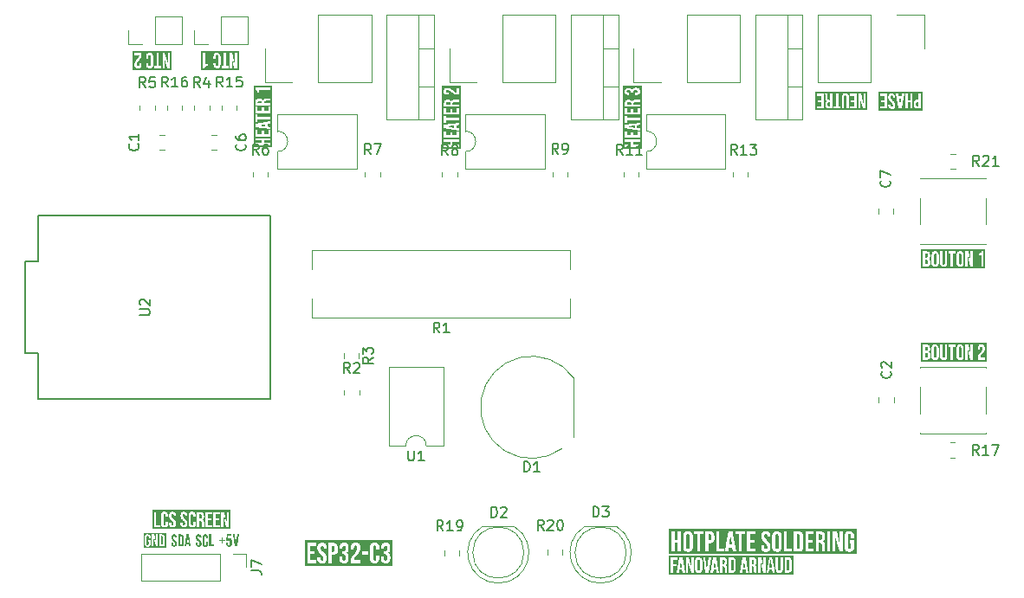
<source format=gbr>
%TF.GenerationSoftware,KiCad,Pcbnew,8.0.5*%
%TF.CreationDate,2024-10-31T00:03:13+01:00*%
%TF.ProjectId,HotPlate_Soldering,486f7450-6c61-4746-955f-536f6c646572,rev?*%
%TF.SameCoordinates,Original*%
%TF.FileFunction,Legend,Top*%
%TF.FilePolarity,Positive*%
%FSLAX46Y46*%
G04 Gerber Fmt 4.6, Leading zero omitted, Abs format (unit mm)*
G04 Created by KiCad (PCBNEW 8.0.5) date 2024-10-31 00:03:13*
%MOMM*%
%LPD*%
G01*
G04 APERTURE LIST*
%ADD10C,0.150000*%
%ADD11C,0.120000*%
%ADD12C,0.127000*%
G04 APERTURE END LIST*
D10*
G36*
X158776264Y-117166960D02*
G01*
X158826454Y-117224490D01*
X158838154Y-117301577D01*
X158838154Y-118111242D01*
X158832421Y-118168200D01*
X158791356Y-118236865D01*
X158718353Y-118257421D01*
X158660618Y-118245858D01*
X158610581Y-118188328D01*
X158598918Y-118111242D01*
X158598918Y-117301577D01*
X158604633Y-117244618D01*
X158645572Y-117175954D01*
X158718353Y-117155397D01*
X158776264Y-117166960D01*
G37*
G36*
X161214785Y-117166960D02*
G01*
X161264975Y-117224490D01*
X161276674Y-117301577D01*
X161276674Y-118111242D01*
X161270942Y-118168200D01*
X161229877Y-118236865D01*
X161156873Y-118257421D01*
X161099139Y-118245858D01*
X161049102Y-118188328D01*
X161037438Y-118111242D01*
X161037438Y-117301577D01*
X161043154Y-117244618D01*
X161084093Y-117175954D01*
X161156873Y-117155397D01*
X161214785Y-117166960D01*
G37*
G36*
X157915334Y-117792231D02*
G01*
X157984159Y-117826943D01*
X158012301Y-117889282D01*
X158018963Y-117964696D01*
X158018963Y-118091092D01*
X158016645Y-118131718D01*
X157989654Y-118202100D01*
X157973030Y-118216045D01*
X157899528Y-118233974D01*
X157767271Y-118233974D01*
X157767271Y-117788475D01*
X157869853Y-117788475D01*
X157915334Y-117792231D01*
G37*
G36*
X157900064Y-117180133D02*
G01*
X157967672Y-117215481D01*
X157987921Y-117259729D01*
X157995882Y-117333817D01*
X157995882Y-117418080D01*
X157991770Y-117471427D01*
X157961078Y-117540812D01*
X157930355Y-117563138D01*
X157857397Y-117577449D01*
X157767271Y-117577449D01*
X157767271Y-117178845D01*
X157878279Y-117178845D01*
X157900064Y-117180133D01*
G37*
G36*
X163746673Y-118635114D02*
G01*
X157369428Y-118635114D01*
X157369428Y-117577449D01*
X157536095Y-117577449D01*
X157536095Y-118233974D01*
X157536095Y-118445000D01*
X157899528Y-118445000D01*
X157951308Y-118442835D01*
X158025708Y-118430367D01*
X158096983Y-118403094D01*
X158160746Y-118356339D01*
X158186499Y-118326674D01*
X158224910Y-118255591D01*
X158244552Y-118178218D01*
X158250139Y-118098785D01*
X158250139Y-117973855D01*
X158247449Y-117915323D01*
X158233324Y-117838493D01*
X158201542Y-117765496D01*
X158145042Y-117704010D01*
X158077948Y-117669406D01*
X158077948Y-117665376D01*
X158143710Y-117623061D01*
X158190055Y-117560596D01*
X158206244Y-117521487D01*
X158222686Y-117446604D01*
X158227058Y-117372285D01*
X158227058Y-117316964D01*
X158367742Y-117316964D01*
X158367742Y-118095854D01*
X158370910Y-118159666D01*
X158384993Y-118235973D01*
X158414301Y-118309830D01*
X158457868Y-118370994D01*
X158494597Y-118404113D01*
X158560172Y-118440943D01*
X158638325Y-118462356D01*
X158718353Y-118468447D01*
X158779417Y-118465021D01*
X158852060Y-118449794D01*
X158921795Y-118418102D01*
X158978838Y-118370994D01*
X159018428Y-118317253D01*
X159049446Y-118244806D01*
X159064999Y-118169753D01*
X159069287Y-118096587D01*
X159215875Y-118096587D01*
X159218979Y-118160983D01*
X159232775Y-118237748D01*
X159261488Y-118311682D01*
X159304169Y-118372459D01*
X159340074Y-118405080D01*
X159404413Y-118441357D01*
X159481329Y-118462448D01*
X159560258Y-118468447D01*
X159610849Y-118466103D01*
X159683647Y-118452605D01*
X159753556Y-118423078D01*
X159816346Y-118372459D01*
X159854975Y-118319085D01*
X159885240Y-118246612D01*
X159900415Y-118171147D01*
X159904640Y-118096587D01*
X159904640Y-117178845D01*
X160007588Y-117178845D01*
X160249023Y-117178845D01*
X160249023Y-118445000D01*
X160479832Y-118445000D01*
X160479832Y-117316964D01*
X160806263Y-117316964D01*
X160806263Y-118095854D01*
X160809431Y-118159666D01*
X160823513Y-118235973D01*
X160852822Y-118309830D01*
X160896388Y-118370994D01*
X160933118Y-118404113D01*
X160998693Y-118440943D01*
X161076845Y-118462356D01*
X161156873Y-118468447D01*
X161217937Y-118465021D01*
X161290580Y-118449794D01*
X161301129Y-118445000D01*
X161662822Y-118445000D01*
X161868719Y-118445000D01*
X161868719Y-117381810D01*
X161872749Y-117381810D01*
X162150087Y-118445000D01*
X162387491Y-118445000D01*
X162387491Y-117316598D01*
X162891242Y-117316598D01*
X162891242Y-117460212D01*
X163109595Y-117460212D01*
X163109595Y-117301577D01*
X163115310Y-117244618D01*
X163156249Y-117175954D01*
X163229030Y-117155397D01*
X163253468Y-117157168D01*
X163318422Y-117192400D01*
X163342149Y-117248156D01*
X163348831Y-117324658D01*
X163344918Y-117383371D01*
X163327530Y-117459672D01*
X163299371Y-117527623D01*
X163269879Y-117578685D01*
X163224876Y-117642152D01*
X163174364Y-117703918D01*
X163122051Y-117762096D01*
X163068954Y-117821046D01*
X163017589Y-117885583D01*
X162976161Y-117947098D01*
X162941434Y-118012690D01*
X162924376Y-118056726D01*
X162905407Y-118128722D01*
X162894379Y-118207847D01*
X162891242Y-118284166D01*
X162891242Y-118445000D01*
X163558757Y-118445000D01*
X163558757Y-118233974D01*
X163119853Y-118233974D01*
X163119853Y-118202100D01*
X163128737Y-118126446D01*
X163155390Y-118055554D01*
X163195627Y-117992820D01*
X163241637Y-117935347D01*
X163294242Y-117876769D01*
X163332167Y-117835598D01*
X163383579Y-117776076D01*
X163435259Y-117710018D01*
X163477997Y-117647608D01*
X163515893Y-117580746D01*
X163534363Y-117540294D01*
X163559720Y-117466714D01*
X163574935Y-117392148D01*
X163580006Y-117316598D01*
X163576902Y-117252090D01*
X163563106Y-117175257D01*
X163534394Y-117101355D01*
X163491713Y-117040725D01*
X163455808Y-117007980D01*
X163391469Y-116971565D01*
X163314553Y-116950394D01*
X163235624Y-116944371D01*
X163185024Y-116946724D01*
X163112174Y-116960274D01*
X163042152Y-116989914D01*
X162979169Y-117040725D01*
X162940701Y-117093963D01*
X162910562Y-117166390D01*
X162895449Y-117241913D01*
X162891242Y-117316598D01*
X162387491Y-117316598D01*
X162387491Y-116967819D01*
X162181594Y-116967819D01*
X162181594Y-117860282D01*
X162177198Y-117860282D01*
X161952616Y-116967819D01*
X161662822Y-116967819D01*
X161662822Y-118445000D01*
X161301129Y-118445000D01*
X161360316Y-118418102D01*
X161417358Y-118370994D01*
X161456948Y-118317253D01*
X161487967Y-118244806D01*
X161503520Y-118169753D01*
X161507850Y-118095854D01*
X161507850Y-117316964D01*
X161504669Y-117253152D01*
X161490529Y-117176845D01*
X161461102Y-117102988D01*
X161417358Y-117041824D01*
X161380740Y-117008706D01*
X161315236Y-116971875D01*
X161237038Y-116950462D01*
X161156873Y-116944371D01*
X161095921Y-116947798D01*
X161023346Y-116963025D01*
X160953579Y-116994716D01*
X160896388Y-117041824D01*
X160856958Y-117095565D01*
X160826066Y-117168012D01*
X160810575Y-117243065D01*
X160807161Y-117301577D01*
X160806263Y-117316964D01*
X160479832Y-117316964D01*
X160479832Y-117178845D01*
X160721632Y-117178845D01*
X160721632Y-116967819D01*
X160007588Y-116967819D01*
X160007588Y-117178845D01*
X159904640Y-117178845D01*
X159904640Y-116967819D01*
X159682257Y-116967819D01*
X159682257Y-118113806D01*
X159679823Y-118153161D01*
X159651482Y-118223715D01*
X159636934Y-118236849D01*
X159564654Y-118257421D01*
X159544287Y-118256236D01*
X159477459Y-118223715D01*
X159457771Y-118189139D01*
X159447051Y-118113806D01*
X159447051Y-116967819D01*
X159215875Y-116967819D01*
X159215875Y-118096587D01*
X159069287Y-118096587D01*
X159069330Y-118095854D01*
X159069330Y-117316964D01*
X159066148Y-117253152D01*
X159052009Y-117176845D01*
X159022581Y-117102988D01*
X158978838Y-117041824D01*
X158942220Y-117008706D01*
X158876715Y-116971875D01*
X158798518Y-116950462D01*
X158718353Y-116944371D01*
X158657400Y-116947798D01*
X158584826Y-116963025D01*
X158515058Y-116994716D01*
X158457868Y-117041824D01*
X158418438Y-117095565D01*
X158387545Y-117168012D01*
X158372055Y-117243065D01*
X158368640Y-117301577D01*
X158367742Y-117316964D01*
X158227058Y-117316964D01*
X158227058Y-117312201D01*
X158225055Y-117259588D01*
X158213514Y-117184672D01*
X158188269Y-117114022D01*
X158144993Y-117052449D01*
X158104621Y-117019473D01*
X158030890Y-116986414D01*
X157958304Y-116971868D01*
X157884874Y-116967819D01*
X157536095Y-116967819D01*
X157536095Y-117577449D01*
X157369428Y-117577449D01*
X157369428Y-116777704D01*
X163746673Y-116777704D01*
X163746673Y-118635114D01*
G37*
G36*
X158776264Y-108041960D02*
G01*
X158826454Y-108099490D01*
X158838154Y-108176577D01*
X158838154Y-108986242D01*
X158832421Y-109043200D01*
X158791356Y-109111865D01*
X158718353Y-109132421D01*
X158660618Y-109120858D01*
X158610581Y-109063328D01*
X158598918Y-108986242D01*
X158598918Y-108176577D01*
X158604633Y-108119618D01*
X158645572Y-108050954D01*
X158718353Y-108030397D01*
X158776264Y-108041960D01*
G37*
G36*
X161214785Y-108041960D02*
G01*
X161264975Y-108099490D01*
X161276674Y-108176577D01*
X161276674Y-108986242D01*
X161270942Y-109043200D01*
X161229877Y-109111865D01*
X161156873Y-109132421D01*
X161099139Y-109120858D01*
X161049102Y-109063328D01*
X161037438Y-108986242D01*
X161037438Y-108176577D01*
X161043154Y-108119618D01*
X161084093Y-108050954D01*
X161156873Y-108030397D01*
X161214785Y-108041960D01*
G37*
G36*
X157915334Y-108667231D02*
G01*
X157984159Y-108701943D01*
X158012301Y-108764282D01*
X158018963Y-108839696D01*
X158018963Y-108966092D01*
X158016645Y-109006718D01*
X157989654Y-109077100D01*
X157973030Y-109091045D01*
X157899528Y-109108974D01*
X157767271Y-109108974D01*
X157767271Y-108663475D01*
X157869853Y-108663475D01*
X157915334Y-108667231D01*
G37*
G36*
X157900064Y-108055133D02*
G01*
X157967672Y-108090481D01*
X157987921Y-108134729D01*
X157995882Y-108208817D01*
X157995882Y-108293080D01*
X157991770Y-108346427D01*
X157961078Y-108415812D01*
X157930355Y-108438138D01*
X157857397Y-108452449D01*
X157767271Y-108452449D01*
X157767271Y-108053845D01*
X157878279Y-108053845D01*
X157900064Y-108055133D01*
G37*
G36*
X163616248Y-109510114D02*
G01*
X157369428Y-109510114D01*
X157369428Y-108452449D01*
X157536095Y-108452449D01*
X157536095Y-109108974D01*
X157536095Y-109320000D01*
X157899528Y-109320000D01*
X157951308Y-109317835D01*
X158025708Y-109305367D01*
X158096983Y-109278094D01*
X158160746Y-109231339D01*
X158186499Y-109201674D01*
X158224910Y-109130591D01*
X158244552Y-109053218D01*
X158250139Y-108973785D01*
X158250139Y-108848855D01*
X158247449Y-108790323D01*
X158233324Y-108713493D01*
X158201542Y-108640496D01*
X158145042Y-108579010D01*
X158077948Y-108544406D01*
X158077948Y-108540376D01*
X158143710Y-108498061D01*
X158190055Y-108435596D01*
X158206244Y-108396487D01*
X158222686Y-108321604D01*
X158227058Y-108247285D01*
X158227058Y-108191964D01*
X158367742Y-108191964D01*
X158367742Y-108970854D01*
X158370910Y-109034666D01*
X158384993Y-109110973D01*
X158414301Y-109184830D01*
X158457868Y-109245994D01*
X158494597Y-109279113D01*
X158560172Y-109315943D01*
X158638325Y-109337356D01*
X158718353Y-109343447D01*
X158779417Y-109340021D01*
X158852060Y-109324794D01*
X158921795Y-109293102D01*
X158978838Y-109245994D01*
X159018428Y-109192253D01*
X159049446Y-109119806D01*
X159064999Y-109044753D01*
X159069287Y-108971587D01*
X159215875Y-108971587D01*
X159218979Y-109035983D01*
X159232775Y-109112748D01*
X159261488Y-109186682D01*
X159304169Y-109247459D01*
X159340074Y-109280080D01*
X159404413Y-109316357D01*
X159481329Y-109337448D01*
X159560258Y-109343447D01*
X159610849Y-109341103D01*
X159683647Y-109327605D01*
X159753556Y-109298078D01*
X159816346Y-109247459D01*
X159854975Y-109194085D01*
X159885240Y-109121612D01*
X159900415Y-109046147D01*
X159904640Y-108971587D01*
X159904640Y-108053845D01*
X160007588Y-108053845D01*
X160249023Y-108053845D01*
X160249023Y-109320000D01*
X160479832Y-109320000D01*
X160479832Y-108191964D01*
X160806263Y-108191964D01*
X160806263Y-108970854D01*
X160809431Y-109034666D01*
X160823513Y-109110973D01*
X160852822Y-109184830D01*
X160896388Y-109245994D01*
X160933118Y-109279113D01*
X160998693Y-109315943D01*
X161076845Y-109337356D01*
X161156873Y-109343447D01*
X161217937Y-109340021D01*
X161290580Y-109324794D01*
X161301129Y-109320000D01*
X161662822Y-109320000D01*
X161868719Y-109320000D01*
X161868719Y-108256810D01*
X161872749Y-108256810D01*
X162150087Y-109320000D01*
X162387491Y-109320000D01*
X162387491Y-108030397D01*
X162977337Y-108030397D01*
X162977337Y-108194528D01*
X163218771Y-108194528D01*
X163218771Y-109320000D01*
X163449581Y-109320000D01*
X163449581Y-107842819D01*
X163294242Y-107842819D01*
X163272673Y-107893927D01*
X163231228Y-107957124D01*
X163203895Y-107981478D01*
X163135607Y-108013545D01*
X163124068Y-108016556D01*
X163051002Y-108027616D01*
X162977337Y-108030397D01*
X162387491Y-108030397D01*
X162387491Y-107842819D01*
X162181594Y-107842819D01*
X162181594Y-108735282D01*
X162177198Y-108735282D01*
X161952616Y-107842819D01*
X161662822Y-107842819D01*
X161662822Y-109320000D01*
X161301129Y-109320000D01*
X161360316Y-109293102D01*
X161417358Y-109245994D01*
X161456948Y-109192253D01*
X161487967Y-109119806D01*
X161503520Y-109044753D01*
X161507850Y-108970854D01*
X161507850Y-108191964D01*
X161504669Y-108128152D01*
X161490529Y-108051845D01*
X161461102Y-107977988D01*
X161417358Y-107916824D01*
X161380740Y-107883706D01*
X161315236Y-107846875D01*
X161237038Y-107825462D01*
X161156873Y-107819371D01*
X161095921Y-107822798D01*
X161023346Y-107838025D01*
X160953579Y-107869716D01*
X160896388Y-107916824D01*
X160856958Y-107970565D01*
X160826066Y-108043012D01*
X160810575Y-108118065D01*
X160807161Y-108176577D01*
X160806263Y-108191964D01*
X160479832Y-108191964D01*
X160479832Y-108053845D01*
X160721632Y-108053845D01*
X160721632Y-107842819D01*
X160007588Y-107842819D01*
X160007588Y-108053845D01*
X159904640Y-108053845D01*
X159904640Y-107842819D01*
X159682257Y-107842819D01*
X159682257Y-108988806D01*
X159679823Y-109028161D01*
X159651482Y-109098715D01*
X159636934Y-109111849D01*
X159564654Y-109132421D01*
X159544287Y-109131236D01*
X159477459Y-109098715D01*
X159457771Y-109064139D01*
X159447051Y-108988806D01*
X159447051Y-107842819D01*
X159215875Y-107842819D01*
X159215875Y-108971587D01*
X159069287Y-108971587D01*
X159069330Y-108970854D01*
X159069330Y-108191964D01*
X159066148Y-108128152D01*
X159052009Y-108051845D01*
X159022581Y-107977988D01*
X158978838Y-107916824D01*
X158942220Y-107883706D01*
X158876715Y-107846875D01*
X158798518Y-107825462D01*
X158718353Y-107819371D01*
X158657400Y-107822798D01*
X158584826Y-107838025D01*
X158515058Y-107869716D01*
X158457868Y-107916824D01*
X158418438Y-107970565D01*
X158387545Y-108043012D01*
X158372055Y-108118065D01*
X158368640Y-108176577D01*
X158367742Y-108191964D01*
X158227058Y-108191964D01*
X158227058Y-108187201D01*
X158225055Y-108134588D01*
X158213514Y-108059672D01*
X158188269Y-107989022D01*
X158144993Y-107927449D01*
X158104621Y-107894473D01*
X158030890Y-107861414D01*
X157958304Y-107846868D01*
X157884874Y-107842819D01*
X157536095Y-107842819D01*
X157536095Y-108452449D01*
X157369428Y-108452449D01*
X157369428Y-107652704D01*
X163616248Y-107652704D01*
X163616248Y-109510114D01*
G37*
G36*
X99904550Y-136647807D02*
G01*
X99994801Y-136688314D01*
X100019470Y-136731563D01*
X100032903Y-136828998D01*
X100032903Y-137058586D01*
X100030521Y-137104565D01*
X99994801Y-137199270D01*
X99976545Y-137215449D01*
X99881960Y-137240792D01*
X99736392Y-137240792D01*
X99736392Y-136646793D01*
X99881960Y-136646793D01*
X99904550Y-136647807D01*
G37*
G36*
X105692947Y-138588485D02*
G01*
X97142572Y-138588485D01*
X97142572Y-138335000D01*
X97364794Y-138335000D01*
X98204989Y-138335000D01*
X98204989Y-138053632D01*
X97673028Y-138053632D01*
X97673028Y-137757609D01*
X98333461Y-137757609D01*
X98333461Y-137870450D01*
X98337497Y-137956311D01*
X98355433Y-138058664D01*
X98392764Y-138157243D01*
X98448255Y-138238279D01*
X98486799Y-138275150D01*
X98579917Y-138330142D01*
X98681995Y-138358264D01*
X98787264Y-138366263D01*
X98868465Y-138361694D01*
X98964926Y-138341392D01*
X99057314Y-138299137D01*
X99132623Y-138236325D01*
X99184769Y-138164304D01*
X99225625Y-138066421D01*
X99246110Y-137964426D01*
X99251814Y-137863611D01*
X99251174Y-137829135D01*
X99241579Y-137730758D01*
X99217412Y-137630332D01*
X99179030Y-137539256D01*
X99135127Y-137467968D01*
X99067782Y-137383170D01*
X98991960Y-137303707D01*
X98923867Y-137240792D01*
X99428157Y-137240792D01*
X99428157Y-138335000D01*
X99736392Y-138335000D01*
X99736392Y-137720484D01*
X100486217Y-137720484D01*
X100486217Y-137879731D01*
X100489056Y-137950497D01*
X100505405Y-138052659D01*
X100541168Y-138151316D01*
X100602477Y-138240722D01*
X100649955Y-138283386D01*
X100735728Y-138330832D01*
X100838965Y-138358416D01*
X100945394Y-138366263D01*
X101013529Y-138363233D01*
X101111333Y-138345785D01*
X101204867Y-138307618D01*
X101288311Y-138242187D01*
X101333611Y-138182622D01*
X101375505Y-138090512D01*
X101397304Y-137993975D01*
X101404570Y-137883639D01*
X101404570Y-137710715D01*
X101402698Y-137654237D01*
X101387723Y-137553029D01*
X101351325Y-137454748D01*
X101333052Y-137424662D01*
X101264504Y-137354884D01*
X101177913Y-137309180D01*
X101177913Y-137303806D01*
X101191667Y-137298215D01*
X101280224Y-137242416D01*
X101343021Y-137162145D01*
X101368760Y-137101541D01*
X101389974Y-137004866D01*
X101396266Y-136900317D01*
X101396266Y-136830464D01*
X101622923Y-136830464D01*
X101622923Y-137021950D01*
X101914061Y-137021950D01*
X101914061Y-136810436D01*
X101921681Y-136734491D01*
X101976267Y-136642938D01*
X102073307Y-136615530D01*
X102105892Y-136617891D01*
X102192498Y-136664867D01*
X102224133Y-136739208D01*
X102233042Y-136841210D01*
X102227826Y-136919495D01*
X102204642Y-137021230D01*
X102167096Y-137111831D01*
X102127773Y-137179914D01*
X102067770Y-137264536D01*
X102000420Y-137346891D01*
X101930669Y-137424462D01*
X101859874Y-137503062D01*
X101791387Y-137589111D01*
X101736150Y-137671131D01*
X101689846Y-137758586D01*
X101667103Y-137817302D01*
X101641811Y-137913297D01*
X101627106Y-138018797D01*
X101622923Y-138120554D01*
X101622923Y-138335000D01*
X102512944Y-138335000D01*
X102512944Y-138053632D01*
X101927739Y-138053632D01*
X101927739Y-138011133D01*
X101939584Y-137910261D01*
X101975122Y-137815739D01*
X102028771Y-137732094D01*
X102090118Y-137655462D01*
X102160258Y-137577358D01*
X102210824Y-137522465D01*
X102238091Y-137490896D01*
X102702965Y-137490896D01*
X103318946Y-137490896D01*
X103318946Y-137209528D01*
X102702965Y-137209528D01*
X102702965Y-137490896D01*
X102238091Y-137490896D01*
X102279374Y-137443101D01*
X102348279Y-137355025D01*
X102405264Y-137271810D01*
X102455792Y-137182662D01*
X102480419Y-137128726D01*
X102514229Y-137030619D01*
X102534515Y-136931198D01*
X102541277Y-136830464D01*
X102540760Y-136819717D01*
X103484542Y-136819717D01*
X103484542Y-137880708D01*
X103487381Y-137950513D01*
X103503730Y-138051583D01*
X103539493Y-138149669D01*
X103600802Y-138239256D01*
X103639685Y-138275845D01*
X103732765Y-138330418D01*
X103833993Y-138358325D01*
X103937857Y-138366263D01*
X103991537Y-138364286D01*
X104100317Y-138345382D01*
X104192482Y-138306463D01*
X104275401Y-138239745D01*
X104320701Y-138179177D01*
X104362595Y-138086605D01*
X104384394Y-137990434D01*
X104391660Y-137881196D01*
X104391660Y-137720484D01*
X104552372Y-137720484D01*
X104552372Y-137879731D01*
X104555211Y-137950497D01*
X104571560Y-138052659D01*
X104607323Y-138151316D01*
X104668632Y-138240722D01*
X104716110Y-138283386D01*
X104801882Y-138330832D01*
X104905120Y-138358416D01*
X105011549Y-138366263D01*
X105079684Y-138363233D01*
X105177488Y-138345785D01*
X105271022Y-138307618D01*
X105354466Y-138242187D01*
X105399766Y-138182622D01*
X105441660Y-138090512D01*
X105463459Y-137993975D01*
X105470725Y-137883639D01*
X105470725Y-137710715D01*
X105468853Y-137654237D01*
X105453878Y-137553029D01*
X105417480Y-137454748D01*
X105399207Y-137424662D01*
X105330659Y-137354884D01*
X105244068Y-137309180D01*
X105244068Y-137303806D01*
X105257822Y-137298215D01*
X105346379Y-137242416D01*
X105409176Y-137162145D01*
X105434915Y-137101541D01*
X105456129Y-137004866D01*
X105462421Y-136900317D01*
X105462421Y-136828998D01*
X105459618Y-136756660D01*
X105443475Y-136652430D01*
X105408163Y-136552103D01*
X105347627Y-136461657D01*
X105309154Y-136424927D01*
X105216609Y-136370145D01*
X105115535Y-136342131D01*
X105011549Y-136334162D01*
X104958556Y-136336169D01*
X104850986Y-136355365D01*
X104759568Y-136394885D01*
X104676936Y-136462634D01*
X104626072Y-136533831D01*
X104586222Y-136630568D01*
X104566240Y-136731349D01*
X104560676Y-136830952D01*
X104560676Y-136936465D01*
X104851814Y-136936465D01*
X104851814Y-136803597D01*
X104857035Y-136739683D01*
X104904166Y-136646568D01*
X105000314Y-136615530D01*
X105025696Y-136617264D01*
X105112665Y-136664867D01*
X105141383Y-136718175D01*
X105154675Y-136817763D01*
X105154675Y-136964797D01*
X105149191Y-137036262D01*
X105108269Y-137129417D01*
X105067007Y-137159184D01*
X104969539Y-137178265D01*
X104857676Y-137178265D01*
X104857676Y-137459633D01*
X104961235Y-137459633D01*
X105027462Y-137466387D01*
X105115108Y-137516786D01*
X105153816Y-137604799D01*
X105162979Y-137706807D01*
X105162979Y-137865565D01*
X105158188Y-137940865D01*
X105122435Y-138036535D01*
X105099781Y-138057692D01*
X105003244Y-138084895D01*
X104926029Y-138069709D01*
X104859109Y-137994157D01*
X104843510Y-137892920D01*
X104843510Y-137720484D01*
X104552372Y-137720484D01*
X104391660Y-137720484D01*
X104391660Y-137602271D01*
X104100523Y-137602271D01*
X104100523Y-137904155D01*
X104095113Y-137965578D01*
X104046277Y-138055066D01*
X103946650Y-138084895D01*
X103886503Y-138076246D01*
X103810528Y-138007057D01*
X103792288Y-137904155D01*
X103792288Y-136799200D01*
X103797715Y-136736781D01*
X103846707Y-136645843D01*
X103946650Y-136615530D01*
X104013969Y-136627040D01*
X104085496Y-136702574D01*
X104100523Y-136799689D01*
X104100523Y-137028789D01*
X104391660Y-137028789D01*
X104391660Y-136819717D01*
X104388822Y-136749912D01*
X104372473Y-136648841D01*
X104336710Y-136550756D01*
X104275401Y-136461168D01*
X104236506Y-136424580D01*
X104143331Y-136370007D01*
X104041935Y-136342100D01*
X103937857Y-136334162D01*
X103884292Y-136336147D01*
X103775713Y-136355123D01*
X103683673Y-136394192D01*
X103600802Y-136461168D01*
X103555502Y-136521736D01*
X103513607Y-136614309D01*
X103491809Y-136710479D01*
X103484542Y-136819717D01*
X102540760Y-136819717D01*
X102537138Y-136744454D01*
X102518743Y-136642009D01*
X102480460Y-136543473D01*
X102423551Y-136462634D01*
X102375678Y-136418974D01*
X102289893Y-136370420D01*
X102187338Y-136342192D01*
X102082100Y-136334162D01*
X102014633Y-136337299D01*
X101917500Y-136355365D01*
X101824138Y-136394885D01*
X101740160Y-136462634D01*
X101688869Y-136533617D01*
X101648683Y-136630187D01*
X101628533Y-136730884D01*
X101622923Y-136830464D01*
X101396266Y-136830464D01*
X101396266Y-136828998D01*
X101393463Y-136756660D01*
X101377321Y-136652430D01*
X101342008Y-136552103D01*
X101281472Y-136461657D01*
X101242999Y-136424927D01*
X101150454Y-136370145D01*
X101049380Y-136342131D01*
X100945394Y-136334162D01*
X100892401Y-136336169D01*
X100784831Y-136355365D01*
X100693413Y-136394885D01*
X100610781Y-136462634D01*
X100559918Y-136533831D01*
X100520067Y-136630568D01*
X100500085Y-136731349D01*
X100494521Y-136830952D01*
X100494521Y-136936465D01*
X100785659Y-136936465D01*
X100785659Y-136803597D01*
X100790880Y-136739683D01*
X100838011Y-136646568D01*
X100934159Y-136615530D01*
X100959541Y-136617264D01*
X101046510Y-136664867D01*
X101075228Y-136718175D01*
X101088520Y-136817763D01*
X101088520Y-136964797D01*
X101083037Y-137036262D01*
X101042114Y-137129417D01*
X101000852Y-137159184D01*
X100903384Y-137178265D01*
X100791521Y-137178265D01*
X100791521Y-137459633D01*
X100895080Y-137459633D01*
X100961307Y-137466387D01*
X101048953Y-137516786D01*
X101087661Y-137604799D01*
X101096824Y-137706807D01*
X101096824Y-137865565D01*
X101092033Y-137940865D01*
X101056280Y-138036535D01*
X101033627Y-138057692D01*
X100937090Y-138084895D01*
X100859874Y-138069709D01*
X100792954Y-137994157D01*
X100777355Y-137892920D01*
X100777355Y-137720484D01*
X100486217Y-137720484D01*
X99736392Y-137720484D01*
X99736392Y-137522159D01*
X99881960Y-137522159D01*
X99950904Y-137519166D01*
X100049555Y-137501924D01*
X100143386Y-137464207D01*
X100226343Y-137399549D01*
X100276565Y-137331100D01*
X100315914Y-137237016D01*
X100335644Y-137138205D01*
X100341137Y-137040024D01*
X100341137Y-136847561D01*
X100338334Y-136776315D01*
X100322191Y-136673932D01*
X100286879Y-136575829D01*
X100226343Y-136488035D01*
X100187667Y-136452713D01*
X100093500Y-136400029D01*
X99989580Y-136373088D01*
X99881960Y-136365425D01*
X99428157Y-136365425D01*
X99428157Y-137240792D01*
X98923867Y-137240792D01*
X98913293Y-137231022D01*
X98835532Y-137159452D01*
X98766534Y-137087362D01*
X98704221Y-137005341D01*
X98697301Y-136993624D01*
X98659627Y-136902211D01*
X98647069Y-136804574D01*
X98652478Y-136740328D01*
X98701315Y-136646729D01*
X98800942Y-136615530D01*
X98828047Y-136617178D01*
X98915736Y-136662424D01*
X98942784Y-136713689D01*
X98955303Y-136810924D01*
X98955303Y-136912529D01*
X99246441Y-136912529D01*
X99246441Y-136830952D01*
X99242439Y-136744925D01*
X99224655Y-136642404D01*
X99187642Y-136543709D01*
X99132623Y-136462634D01*
X99094584Y-136425623D01*
X99002764Y-136370420D01*
X98902180Y-136342192D01*
X98798499Y-136334162D01*
X98731032Y-136337299D01*
X98633900Y-136355365D01*
X98540537Y-136394885D01*
X98456559Y-136462634D01*
X98410878Y-136523913D01*
X98368632Y-136617606D01*
X98346650Y-136714967D01*
X98339323Y-136825579D01*
X98339396Y-136836292D01*
X98348212Y-136939694D01*
X98371720Y-137036323D01*
X98414549Y-137134790D01*
X98459582Y-137205224D01*
X98527395Y-137289352D01*
X98602919Y-137368479D01*
X98680774Y-137441071D01*
X98758183Y-137512795D01*
X98826609Y-137585419D01*
X98887892Y-137668705D01*
X98897931Y-137686644D01*
X98933315Y-137784196D01*
X98944068Y-137887058D01*
X98940061Y-137946764D01*
X98903035Y-138038489D01*
X98880412Y-138058791D01*
X98784333Y-138084895D01*
X98707118Y-138069709D01*
X98640197Y-137994157D01*
X98624598Y-137892920D01*
X98624598Y-137757609D01*
X98333461Y-137757609D01*
X97673028Y-137757609D01*
X97673028Y-137459633D01*
X98095568Y-137459633D01*
X98095568Y-137178265D01*
X97673028Y-137178265D01*
X97673028Y-136646793D01*
X98204989Y-136646793D01*
X98204989Y-136365425D01*
X97364794Y-136365425D01*
X97364794Y-138335000D01*
X97142572Y-138335000D01*
X97142572Y-136111940D01*
X105692947Y-136111940D01*
X105692947Y-138588485D01*
G37*
G36*
X86940693Y-133555107D02*
G01*
X87008060Y-133589748D01*
X87027594Y-133629649D01*
X87036636Y-133705886D01*
X87036636Y-133819825D01*
X87032523Y-133872042D01*
X87001831Y-133939993D01*
X86971108Y-133961871D01*
X86898150Y-133975896D01*
X86814253Y-133975896D01*
X86814253Y-133553845D01*
X86919033Y-133553845D01*
X86940693Y-133555107D01*
G37*
G36*
X89844057Y-135010114D02*
G01*
X82194428Y-135010114D01*
X82194428Y-134820000D01*
X82361095Y-134820000D01*
X82972191Y-134820000D01*
X82972191Y-134608974D01*
X82592271Y-134608974D01*
X82592271Y-133683538D01*
X83060118Y-133683538D01*
X83060118Y-134479281D01*
X83062247Y-134531634D01*
X83074509Y-134607437D01*
X83101331Y-134681001D01*
X83147313Y-134748192D01*
X83176475Y-134775634D01*
X83246285Y-134816563D01*
X83322206Y-134837493D01*
X83400104Y-134843447D01*
X83440364Y-134841964D01*
X83521949Y-134827787D01*
X83591073Y-134798597D01*
X83653262Y-134748558D01*
X83687237Y-134703133D01*
X83718658Y-134633703D01*
X83735007Y-134561575D01*
X83740457Y-134479647D01*
X83740457Y-134386957D01*
X83842306Y-134386957D01*
X83842306Y-134471587D01*
X83845333Y-134535983D01*
X83858785Y-134612748D01*
X83886783Y-134686682D01*
X83928401Y-134747459D01*
X83957310Y-134775112D01*
X84027148Y-134816357D01*
X84103707Y-134837448D01*
X84182658Y-134843447D01*
X84243559Y-134840021D01*
X84315905Y-134824794D01*
X84385196Y-134793102D01*
X84441678Y-134745994D01*
X84480787Y-134691978D01*
X84511429Y-134618565D01*
X84526793Y-134542070D01*
X84531071Y-134466458D01*
X84530591Y-134440601D01*
X84525358Y-134386957D01*
X84958984Y-134386957D01*
X84958984Y-134471587D01*
X84962011Y-134535983D01*
X84975463Y-134612748D01*
X85003461Y-134686682D01*
X85045080Y-134747459D01*
X85073988Y-134775112D01*
X85143826Y-134816357D01*
X85220385Y-134837448D01*
X85299337Y-134843447D01*
X85360237Y-134840021D01*
X85432583Y-134824794D01*
X85501874Y-134793102D01*
X85558356Y-134745994D01*
X85597465Y-134691978D01*
X85628107Y-134618565D01*
X85643471Y-134542070D01*
X85647749Y-134466458D01*
X85647269Y-134440601D01*
X85640073Y-134366818D01*
X85621947Y-134291499D01*
X85593161Y-134223192D01*
X85560234Y-134169726D01*
X85509725Y-134106128D01*
X85452858Y-134046530D01*
X85393859Y-133992016D01*
X85335538Y-133938339D01*
X85283789Y-133884272D01*
X85237055Y-133822756D01*
X85231864Y-133813968D01*
X85203609Y-133745408D01*
X85194190Y-133672180D01*
X85198247Y-133623996D01*
X85234875Y-133553797D01*
X85309595Y-133530397D01*
X85329924Y-133531634D01*
X85395690Y-133565568D01*
X85415976Y-133604016D01*
X85425366Y-133676943D01*
X85425366Y-133753147D01*
X85643719Y-133753147D01*
X85643719Y-133691964D01*
X85643327Y-133683538D01*
X85765352Y-133683538D01*
X85765352Y-134479281D01*
X85767481Y-134531634D01*
X85779742Y-134607437D01*
X85806565Y-134681001D01*
X85852547Y-134748192D01*
X85881709Y-134775634D01*
X85951519Y-134816563D01*
X86027440Y-134837493D01*
X86105338Y-134843447D01*
X86145598Y-134841964D01*
X86227183Y-134827787D01*
X86296307Y-134798597D01*
X86358496Y-134748558D01*
X86392471Y-134703133D01*
X86423892Y-134633703D01*
X86440241Y-134561575D01*
X86445690Y-134479647D01*
X86445690Y-134270453D01*
X86227337Y-134270453D01*
X86227337Y-134496866D01*
X86223280Y-134542934D01*
X86186653Y-134610049D01*
X86111933Y-134632421D01*
X86066822Y-134625934D01*
X86009841Y-134574042D01*
X85996161Y-134496866D01*
X85996161Y-133975896D01*
X86583077Y-133975896D01*
X86583077Y-134820000D01*
X86814253Y-134820000D01*
X86814253Y-134186922D01*
X86893754Y-134186922D01*
X86939056Y-134190858D01*
X87006228Y-134227222D01*
X87032593Y-134291506D01*
X87038834Y-134368272D01*
X87038834Y-134638649D01*
X87039086Y-134676545D01*
X87042864Y-134752588D01*
X87059717Y-134820000D01*
X87294923Y-134820000D01*
X87428646Y-134820000D01*
X88058792Y-134820000D01*
X88190683Y-134820000D01*
X88820830Y-134820000D01*
X88952721Y-134820000D01*
X89158618Y-134820000D01*
X89158618Y-133756810D01*
X89162648Y-133756810D01*
X89439986Y-134820000D01*
X89677390Y-134820000D01*
X89677390Y-133342819D01*
X89471493Y-133342819D01*
X89471493Y-134235282D01*
X89467096Y-134235282D01*
X89242515Y-133342819D01*
X88952721Y-133342819D01*
X88952721Y-134820000D01*
X88820830Y-134820000D01*
X88820830Y-134608974D01*
X88421859Y-134608974D01*
X88421859Y-134163475D01*
X88738764Y-134163475D01*
X88738764Y-133952449D01*
X88421859Y-133952449D01*
X88421859Y-133553845D01*
X88820830Y-133553845D01*
X88820830Y-133342819D01*
X88190683Y-133342819D01*
X88190683Y-134820000D01*
X88058792Y-134820000D01*
X88058792Y-134608974D01*
X87659822Y-134608974D01*
X87659822Y-134163475D01*
X87976727Y-134163475D01*
X87976727Y-133952449D01*
X87659822Y-133952449D01*
X87659822Y-133553845D01*
X88058792Y-133553845D01*
X88058792Y-133342819D01*
X87428646Y-133342819D01*
X87428646Y-134820000D01*
X87294923Y-134820000D01*
X87292865Y-134815278D01*
X87273674Y-134743429D01*
X87271548Y-134716603D01*
X87269644Y-134641214D01*
X87269644Y-134382194D01*
X87267468Y-134320256D01*
X87257374Y-134245783D01*
X87234839Y-134173733D01*
X87230341Y-134164185D01*
X87184290Y-134105709D01*
X87116503Y-134070418D01*
X87116503Y-134066388D01*
X87143544Y-134053426D01*
X87202649Y-134004281D01*
X87242840Y-133933934D01*
X87262492Y-133854986D01*
X87267812Y-133774396D01*
X87267812Y-133683538D01*
X87265808Y-133631470D01*
X87254268Y-133557316D01*
X87229023Y-133487358D01*
X87185746Y-133426350D01*
X87145357Y-133393802D01*
X87071540Y-133361173D01*
X86998834Y-133346816D01*
X86925261Y-133342819D01*
X86583077Y-133342819D01*
X86583077Y-133975896D01*
X85996161Y-133975896D01*
X85996161Y-133668150D01*
X86000231Y-133621336D01*
X86036975Y-133553132D01*
X86111933Y-133530397D01*
X86162422Y-133539030D01*
X86216067Y-133595680D01*
X86227337Y-133668517D01*
X86227337Y-133840341D01*
X86445690Y-133840341D01*
X86445690Y-133683538D01*
X86443562Y-133631184D01*
X86431300Y-133555381D01*
X86404477Y-133481817D01*
X86358496Y-133414626D01*
X86329324Y-133387185D01*
X86259443Y-133346255D01*
X86183396Y-133325325D01*
X86105338Y-133319371D01*
X86065164Y-133320860D01*
X85983730Y-133335092D01*
X85914700Y-133364394D01*
X85852547Y-133414626D01*
X85818571Y-133460052D01*
X85787151Y-133529481D01*
X85770802Y-133601609D01*
X85765352Y-133683538D01*
X85643327Y-133683538D01*
X85640718Y-133627444D01*
X85627380Y-133550553D01*
X85599620Y-133476532D01*
X85558356Y-133415725D01*
X85529827Y-133387967D01*
X85460962Y-133346565D01*
X85385524Y-133325394D01*
X85307763Y-133319371D01*
X85257162Y-133321724D01*
X85184313Y-133335274D01*
X85114291Y-133364914D01*
X85051308Y-133415725D01*
X85017047Y-133461684D01*
X84985362Y-133531954D01*
X84968876Y-133604975D01*
X84963381Y-133687934D01*
X84963436Y-133695969D01*
X84970047Y-133773520D01*
X84987679Y-133845992D01*
X85019801Y-133919842D01*
X85053575Y-133972668D01*
X85104435Y-134035764D01*
X85161078Y-134095109D01*
X85219469Y-134149553D01*
X85277526Y-134203346D01*
X85328845Y-134257814D01*
X85374808Y-134320279D01*
X85382337Y-134333733D01*
X85408875Y-134406897D01*
X85416939Y-134484043D01*
X85413934Y-134528823D01*
X85386165Y-134597616D01*
X85369198Y-134612843D01*
X85297138Y-134632421D01*
X85239227Y-134621032D01*
X85189037Y-134564367D01*
X85177337Y-134488440D01*
X85177337Y-134386957D01*
X84958984Y-134386957D01*
X84525358Y-134386957D01*
X84523394Y-134366818D01*
X84505269Y-134291499D01*
X84476482Y-134223192D01*
X84443555Y-134169726D01*
X84393047Y-134106128D01*
X84336180Y-134046530D01*
X84277180Y-133992016D01*
X84218860Y-133938339D01*
X84167111Y-133884272D01*
X84120376Y-133822756D01*
X84115186Y-133813968D01*
X84086930Y-133745408D01*
X84077512Y-133672180D01*
X84081569Y-133623996D01*
X84118196Y-133553797D01*
X84192916Y-133530397D01*
X84213245Y-133531634D01*
X84279012Y-133565568D01*
X84299298Y-133604016D01*
X84308688Y-133676943D01*
X84308688Y-133753147D01*
X84527041Y-133753147D01*
X84527041Y-133691964D01*
X84524040Y-133627444D01*
X84510702Y-133550553D01*
X84482942Y-133476532D01*
X84441678Y-133415725D01*
X84413149Y-133387967D01*
X84344284Y-133346565D01*
X84268845Y-133325394D01*
X84191085Y-133319371D01*
X84140484Y-133321724D01*
X84067635Y-133335274D01*
X83997613Y-133364914D01*
X83934630Y-133415725D01*
X83900369Y-133461684D01*
X83868684Y-133531954D01*
X83852198Y-133604975D01*
X83846702Y-133687934D01*
X83846757Y-133695969D01*
X83853369Y-133773520D01*
X83871000Y-133845992D01*
X83903122Y-133919842D01*
X83936897Y-133972668D01*
X83987756Y-134035764D01*
X84044400Y-134095109D01*
X84102791Y-134149553D01*
X84160847Y-134203346D01*
X84212167Y-134257814D01*
X84258129Y-134320279D01*
X84265659Y-134333733D01*
X84292197Y-134406897D01*
X84300261Y-134484043D01*
X84297256Y-134528823D01*
X84269487Y-134597616D01*
X84252519Y-134612843D01*
X84180460Y-134632421D01*
X84122548Y-134621032D01*
X84072358Y-134564367D01*
X84060659Y-134488440D01*
X84060659Y-134386957D01*
X83842306Y-134386957D01*
X83740457Y-134386957D01*
X83740457Y-134270453D01*
X83522103Y-134270453D01*
X83522103Y-134496866D01*
X83518046Y-134542934D01*
X83481419Y-134610049D01*
X83406699Y-134632421D01*
X83361589Y-134625934D01*
X83304608Y-134574042D01*
X83290928Y-134496866D01*
X83290928Y-133668150D01*
X83294998Y-133621336D01*
X83331741Y-133553132D01*
X83406699Y-133530397D01*
X83457188Y-133539030D01*
X83510833Y-133595680D01*
X83522103Y-133668517D01*
X83522103Y-133840341D01*
X83740457Y-133840341D01*
X83740457Y-133683538D01*
X83738328Y-133631184D01*
X83726066Y-133555381D01*
X83699243Y-133481817D01*
X83653262Y-133414626D01*
X83624090Y-133387185D01*
X83554209Y-133346255D01*
X83478163Y-133325325D01*
X83400104Y-133319371D01*
X83359930Y-133320860D01*
X83278496Y-133335092D01*
X83209466Y-133364394D01*
X83147313Y-133414626D01*
X83113338Y-133460052D01*
X83081917Y-133529481D01*
X83065568Y-133601609D01*
X83060118Y-133683538D01*
X82592271Y-133683538D01*
X82592271Y-133342819D01*
X82361095Y-133342819D01*
X82361095Y-134820000D01*
X82194428Y-134820000D01*
X82194428Y-133152704D01*
X89844057Y-133152704D01*
X89844057Y-135010114D01*
G37*
G36*
X129377606Y-95748377D02*
G01*
X128657700Y-95647627D01*
X128657700Y-95643597D01*
X129377606Y-95540648D01*
X129377606Y-95748377D01*
G37*
G36*
X128922042Y-93251687D02*
G01*
X128989993Y-93282379D01*
X129011871Y-93313102D01*
X129025896Y-93386060D01*
X129025896Y-93469958D01*
X128603845Y-93469958D01*
X128603845Y-93365177D01*
X128605107Y-93343518D01*
X128639748Y-93276151D01*
X128679649Y-93256616D01*
X128755886Y-93247575D01*
X128869825Y-93247575D01*
X128922042Y-93251687D01*
G37*
G36*
X130060114Y-97780571D02*
G01*
X128202704Y-97780571D01*
X128202704Y-97135066D01*
X128392819Y-97135066D01*
X129002449Y-97135066D01*
X129002449Y-97382728D01*
X128392819Y-97382728D01*
X128392819Y-97613904D01*
X129870000Y-97613904D01*
X129870000Y-97382728D01*
X129213475Y-97382728D01*
X129213475Y-97135066D01*
X129870000Y-97135066D01*
X129870000Y-96904256D01*
X128392819Y-96904256D01*
X128392819Y-97135066D01*
X128202704Y-97135066D01*
X128202704Y-96733164D01*
X128392819Y-96733164D01*
X129870000Y-96733164D01*
X129870000Y-96103018D01*
X129658974Y-96103018D01*
X129658974Y-96501988D01*
X129213475Y-96501988D01*
X129213475Y-96185083D01*
X129002449Y-96185083D01*
X129002449Y-96501988D01*
X128603845Y-96501988D01*
X128603845Y-96103018D01*
X128392819Y-96103018D01*
X128392819Y-96733164D01*
X128202704Y-96733164D01*
X128202704Y-95479832D01*
X128392819Y-95479832D01*
X128392819Y-95643597D01*
X128392819Y-95792707D01*
X129870000Y-96031943D01*
X129870000Y-95817986D01*
X129588632Y-95775854D01*
X129588632Y-95513171D01*
X129870000Y-95471406D01*
X129870000Y-95240230D01*
X128392819Y-95479832D01*
X128202704Y-95479832D01*
X128202704Y-95287491D01*
X128392819Y-95287491D01*
X128603845Y-95287491D01*
X128603845Y-95046057D01*
X129870000Y-95046057D01*
X129870000Y-94815247D01*
X128603845Y-94815247D01*
X128603845Y-94573447D01*
X128392819Y-94573447D01*
X128392819Y-95287491D01*
X128202704Y-95287491D01*
X128202704Y-94463171D01*
X128392819Y-94463171D01*
X129870000Y-94463171D01*
X129870000Y-93833025D01*
X129658974Y-93833025D01*
X129658974Y-94231995D01*
X129213475Y-94231995D01*
X129213475Y-93915090D01*
X129002449Y-93915090D01*
X129002449Y-94231995D01*
X128603845Y-94231995D01*
X128603845Y-93833025D01*
X128392819Y-93833025D01*
X128392819Y-94463171D01*
X128202704Y-94463171D01*
X128202704Y-93358949D01*
X128392819Y-93358949D01*
X128392819Y-93365177D01*
X128392819Y-93701133D01*
X129870000Y-93701133D01*
X129870000Y-93469958D01*
X129236922Y-93469958D01*
X129236922Y-93390457D01*
X129240858Y-93345155D01*
X129277222Y-93277983D01*
X129341506Y-93251617D01*
X129418272Y-93245376D01*
X129688649Y-93245376D01*
X129726545Y-93245124D01*
X129802588Y-93241346D01*
X129870000Y-93224494D01*
X129870000Y-92989288D01*
X129865278Y-92991346D01*
X129793429Y-93010537D01*
X129766603Y-93012662D01*
X129691214Y-93014567D01*
X129432194Y-93014567D01*
X129370256Y-93016742D01*
X129295783Y-93026837D01*
X129223733Y-93049371D01*
X129214185Y-93053869D01*
X129155709Y-93099921D01*
X129120418Y-93167707D01*
X129116388Y-93167707D01*
X129103426Y-93140667D01*
X129054281Y-93081562D01*
X128983934Y-93041370D01*
X128904986Y-93021718D01*
X128824396Y-93016399D01*
X128733538Y-93016399D01*
X128681470Y-93018402D01*
X128607316Y-93029943D01*
X128537358Y-93055187D01*
X128476350Y-93098464D01*
X128443802Y-93138853D01*
X128411173Y-93212670D01*
X128396816Y-93285376D01*
X128392819Y-93358949D01*
X128202704Y-93358949D01*
X128202704Y-92192445D01*
X128369371Y-92192445D01*
X128370877Y-92232190D01*
X128385274Y-92312867D01*
X128414914Y-92381431D01*
X128465725Y-92443405D01*
X128519123Y-92481553D01*
X128591676Y-92511441D01*
X128667261Y-92526427D01*
X128741964Y-92530600D01*
X128821099Y-92530600D01*
X128821099Y-92312247D01*
X128721448Y-92312247D01*
X128673512Y-92308331D01*
X128603676Y-92272983D01*
X128580397Y-92200872D01*
X128581698Y-92181835D01*
X128617400Y-92116608D01*
X128657381Y-92095070D01*
X128732072Y-92085101D01*
X128842348Y-92085101D01*
X128895946Y-92089213D01*
X128965812Y-92119905D01*
X128988138Y-92150852D01*
X129002449Y-92223953D01*
X129002449Y-92307850D01*
X129213475Y-92307850D01*
X129213475Y-92230181D01*
X129218540Y-92180510D01*
X129256339Y-92114776D01*
X129322349Y-92085745D01*
X129398855Y-92078872D01*
X129517923Y-92078872D01*
X129574399Y-92082466D01*
X129646151Y-92109281D01*
X129662019Y-92126271D01*
X129682421Y-92198674D01*
X129671032Y-92256585D01*
X129614367Y-92306775D01*
X129538440Y-92318475D01*
X129409113Y-92318475D01*
X129409113Y-92536828D01*
X129528548Y-92536828D01*
X129581623Y-92534699D01*
X129658244Y-92522437D01*
X129732237Y-92495615D01*
X129799291Y-92449633D01*
X129831289Y-92414024D01*
X129866874Y-92349695D01*
X129887562Y-92272267D01*
X129893447Y-92192445D01*
X129891175Y-92141344D01*
X129878089Y-92067991D01*
X129849463Y-91997840D01*
X129800390Y-91935258D01*
X129755716Y-91901282D01*
X129686634Y-91869862D01*
X129614231Y-91853513D01*
X129531479Y-91848063D01*
X129401786Y-91848063D01*
X129359428Y-91849467D01*
X129283522Y-91860698D01*
X129209811Y-91887997D01*
X129187246Y-91901701D01*
X129134913Y-91953113D01*
X129100635Y-92018056D01*
X129096605Y-92018056D01*
X129092411Y-92007741D01*
X129050562Y-91941323D01*
X128990359Y-91894225D01*
X128944905Y-91874921D01*
X128872400Y-91859010D01*
X128793988Y-91854291D01*
X128740498Y-91854291D01*
X128686245Y-91856393D01*
X128608072Y-91868500D01*
X128532827Y-91894985D01*
X128464993Y-91940387D01*
X128437445Y-91969242D01*
X128396358Y-92038650D01*
X128375348Y-92114456D01*
X128369371Y-92192445D01*
X128202704Y-92192445D01*
X128202704Y-91681396D01*
X130060114Y-91681396D01*
X130060114Y-97780571D01*
G37*
G36*
X111702606Y-95748377D02*
G01*
X110982700Y-95647627D01*
X110982700Y-95643597D01*
X111702606Y-95540648D01*
X111702606Y-95748377D01*
G37*
G36*
X111247042Y-93251687D02*
G01*
X111314993Y-93282379D01*
X111336871Y-93313102D01*
X111350896Y-93386060D01*
X111350896Y-93469958D01*
X110928845Y-93469958D01*
X110928845Y-93365177D01*
X110930107Y-93343518D01*
X110964748Y-93276151D01*
X111004649Y-93256616D01*
X111080886Y-93247575D01*
X111194825Y-93247575D01*
X111247042Y-93251687D01*
G37*
G36*
X112361667Y-97780571D02*
G01*
X110527704Y-97780571D01*
X110527704Y-97135066D01*
X110717819Y-97135066D01*
X111327449Y-97135066D01*
X111327449Y-97382728D01*
X110717819Y-97382728D01*
X110717819Y-97613904D01*
X112195000Y-97613904D01*
X112195000Y-97382728D01*
X111538475Y-97382728D01*
X111538475Y-97135066D01*
X112195000Y-97135066D01*
X112195000Y-96904256D01*
X110717819Y-96904256D01*
X110717819Y-97135066D01*
X110527704Y-97135066D01*
X110527704Y-96733164D01*
X110717819Y-96733164D01*
X112195000Y-96733164D01*
X112195000Y-96103018D01*
X111983974Y-96103018D01*
X111983974Y-96501988D01*
X111538475Y-96501988D01*
X111538475Y-96185083D01*
X111327449Y-96185083D01*
X111327449Y-96501988D01*
X110928845Y-96501988D01*
X110928845Y-96103018D01*
X110717819Y-96103018D01*
X110717819Y-96733164D01*
X110527704Y-96733164D01*
X110527704Y-95479832D01*
X110717819Y-95479832D01*
X110717819Y-95643597D01*
X110717819Y-95792707D01*
X112195000Y-96031943D01*
X112195000Y-95817986D01*
X111913632Y-95775854D01*
X111913632Y-95513171D01*
X112195000Y-95471406D01*
X112195000Y-95240230D01*
X110717819Y-95479832D01*
X110527704Y-95479832D01*
X110527704Y-95287491D01*
X110717819Y-95287491D01*
X110928845Y-95287491D01*
X110928845Y-95046057D01*
X112195000Y-95046057D01*
X112195000Y-94815247D01*
X110928845Y-94815247D01*
X110928845Y-94573447D01*
X110717819Y-94573447D01*
X110717819Y-95287491D01*
X110527704Y-95287491D01*
X110527704Y-94463171D01*
X110717819Y-94463171D01*
X112195000Y-94463171D01*
X112195000Y-93833025D01*
X111983974Y-93833025D01*
X111983974Y-94231995D01*
X111538475Y-94231995D01*
X111538475Y-93915090D01*
X111327449Y-93915090D01*
X111327449Y-94231995D01*
X110928845Y-94231995D01*
X110928845Y-93833025D01*
X110717819Y-93833025D01*
X110717819Y-94463171D01*
X110527704Y-94463171D01*
X110527704Y-93358949D01*
X110717819Y-93358949D01*
X110717819Y-93365177D01*
X110717819Y-93701133D01*
X112195000Y-93701133D01*
X112195000Y-93469958D01*
X111561922Y-93469958D01*
X111561922Y-93390457D01*
X111565858Y-93345155D01*
X111602222Y-93277983D01*
X111666506Y-93251617D01*
X111743272Y-93245376D01*
X112013649Y-93245376D01*
X112051545Y-93245124D01*
X112127588Y-93241346D01*
X112195000Y-93224494D01*
X112195000Y-92989288D01*
X112190278Y-92991346D01*
X112118429Y-93010537D01*
X112091603Y-93012662D01*
X112016214Y-93014567D01*
X111757194Y-93014567D01*
X111695256Y-93016742D01*
X111620783Y-93026837D01*
X111548733Y-93049371D01*
X111539185Y-93053869D01*
X111480709Y-93099921D01*
X111445418Y-93167707D01*
X111441388Y-93167707D01*
X111428426Y-93140667D01*
X111379281Y-93081562D01*
X111308934Y-93041370D01*
X111229986Y-93021718D01*
X111149396Y-93016399D01*
X111058538Y-93016399D01*
X111006470Y-93018402D01*
X110932316Y-93029943D01*
X110862358Y-93055187D01*
X110801350Y-93098464D01*
X110768802Y-93138853D01*
X110736173Y-93212670D01*
X110721816Y-93285376D01*
X110717819Y-93358949D01*
X110527704Y-93358949D01*
X110527704Y-92179623D01*
X110694371Y-92179623D01*
X110696724Y-92230223D01*
X110710274Y-92303072D01*
X110739914Y-92373094D01*
X110790725Y-92436078D01*
X110843963Y-92474546D01*
X110916390Y-92504685D01*
X110991913Y-92519798D01*
X111066598Y-92524005D01*
X111210212Y-92524005D01*
X111210212Y-92305652D01*
X111051577Y-92305652D01*
X110994618Y-92299937D01*
X110925954Y-92258998D01*
X110905397Y-92186217D01*
X110907168Y-92161779D01*
X110942400Y-92096824D01*
X110998156Y-92073098D01*
X111074658Y-92066416D01*
X111133371Y-92070328D01*
X111209672Y-92087716D01*
X111277623Y-92115875D01*
X111328685Y-92145368D01*
X111392152Y-92190370D01*
X111453918Y-92240883D01*
X111512096Y-92293196D01*
X111571046Y-92346292D01*
X111635583Y-92397658D01*
X111697098Y-92439085D01*
X111762690Y-92473813D01*
X111806726Y-92490871D01*
X111878722Y-92509840D01*
X111957847Y-92520868D01*
X112034166Y-92524005D01*
X112195000Y-92524005D01*
X112195000Y-91856489D01*
X111983974Y-91856489D01*
X111983974Y-92295394D01*
X111952100Y-92295394D01*
X111876446Y-92286509D01*
X111805554Y-92259856D01*
X111742820Y-92219620D01*
X111685347Y-92173609D01*
X111626769Y-92121004D01*
X111585598Y-92083080D01*
X111526076Y-92031667D01*
X111460018Y-91979988D01*
X111397608Y-91937250D01*
X111330746Y-91899354D01*
X111290294Y-91880884D01*
X111216714Y-91855526D01*
X111142148Y-91840312D01*
X111066598Y-91835240D01*
X111002090Y-91838344D01*
X110925257Y-91852140D01*
X110851355Y-91880853D01*
X110790725Y-91923534D01*
X110757980Y-91959439D01*
X110721565Y-92023778D01*
X110700394Y-92100694D01*
X110694371Y-92179623D01*
X110527704Y-92179623D01*
X110527704Y-91668573D01*
X112361667Y-91668573D01*
X112361667Y-97780571D01*
G37*
G36*
X93277606Y-95623377D02*
G01*
X92557700Y-95522627D01*
X92557700Y-95518597D01*
X93277606Y-95415648D01*
X93277606Y-95623377D01*
G37*
G36*
X92822042Y-93126687D02*
G01*
X92889993Y-93157379D01*
X92911871Y-93188102D01*
X92925896Y-93261060D01*
X92925896Y-93344958D01*
X92503845Y-93344958D01*
X92503845Y-93240177D01*
X92505107Y-93218518D01*
X92539748Y-93151151D01*
X92579649Y-93131616D01*
X92655886Y-93122575D01*
X92769825Y-93122575D01*
X92822042Y-93126687D01*
G37*
G36*
X93936667Y-97655571D02*
G01*
X92126152Y-97655571D01*
X92126152Y-97010066D01*
X92292819Y-97010066D01*
X92902449Y-97010066D01*
X92902449Y-97257728D01*
X92292819Y-97257728D01*
X92292819Y-97488904D01*
X93770000Y-97488904D01*
X93770000Y-97257728D01*
X93113475Y-97257728D01*
X93113475Y-97010066D01*
X93770000Y-97010066D01*
X93770000Y-96779256D01*
X92292819Y-96779256D01*
X92292819Y-97010066D01*
X92126152Y-97010066D01*
X92126152Y-96608164D01*
X92292819Y-96608164D01*
X93770000Y-96608164D01*
X93770000Y-95978018D01*
X93558974Y-95978018D01*
X93558974Y-96376988D01*
X93113475Y-96376988D01*
X93113475Y-96060083D01*
X92902449Y-96060083D01*
X92902449Y-96376988D01*
X92503845Y-96376988D01*
X92503845Y-95978018D01*
X92292819Y-95978018D01*
X92292819Y-96608164D01*
X92126152Y-96608164D01*
X92126152Y-95354832D01*
X92292819Y-95354832D01*
X92292819Y-95518597D01*
X92292819Y-95667707D01*
X93770000Y-95906943D01*
X93770000Y-95692986D01*
X93488632Y-95650854D01*
X93488632Y-95388171D01*
X93770000Y-95346406D01*
X93770000Y-95115230D01*
X92292819Y-95354832D01*
X92126152Y-95354832D01*
X92126152Y-95162491D01*
X92292819Y-95162491D01*
X92503845Y-95162491D01*
X92503845Y-94921057D01*
X93770000Y-94921057D01*
X93770000Y-94690247D01*
X92503845Y-94690247D01*
X92503845Y-94448447D01*
X92292819Y-94448447D01*
X92292819Y-95162491D01*
X92126152Y-95162491D01*
X92126152Y-94338171D01*
X92292819Y-94338171D01*
X93770000Y-94338171D01*
X93770000Y-93708025D01*
X93558974Y-93708025D01*
X93558974Y-94106995D01*
X93113475Y-94106995D01*
X93113475Y-93790090D01*
X92902449Y-93790090D01*
X92902449Y-94106995D01*
X92503845Y-94106995D01*
X92503845Y-93708025D01*
X92292819Y-93708025D01*
X92292819Y-94338171D01*
X92126152Y-94338171D01*
X92126152Y-93233949D01*
X92292819Y-93233949D01*
X92292819Y-93240177D01*
X92292819Y-93576133D01*
X93770000Y-93576133D01*
X93770000Y-93344958D01*
X93136922Y-93344958D01*
X93136922Y-93265457D01*
X93140858Y-93220155D01*
X93177222Y-93152983D01*
X93241506Y-93126617D01*
X93318272Y-93120376D01*
X93588649Y-93120376D01*
X93626545Y-93120124D01*
X93702588Y-93116346D01*
X93770000Y-93099494D01*
X93770000Y-92864288D01*
X93765278Y-92866346D01*
X93693429Y-92885537D01*
X93666603Y-92887662D01*
X93591214Y-92889567D01*
X93332194Y-92889567D01*
X93270256Y-92891742D01*
X93195783Y-92901837D01*
X93123733Y-92924371D01*
X93114185Y-92928869D01*
X93055709Y-92974921D01*
X93020418Y-93042707D01*
X93016388Y-93042707D01*
X93003426Y-93015667D01*
X92954281Y-92956562D01*
X92883934Y-92916370D01*
X92804986Y-92896718D01*
X92724396Y-92891399D01*
X92633538Y-92891399D01*
X92581470Y-92893402D01*
X92507316Y-92904943D01*
X92437358Y-92930187D01*
X92376350Y-92973464D01*
X92343802Y-93013853D01*
X92311173Y-93087670D01*
X92296816Y-93160376D01*
X92292819Y-93233949D01*
X92126152Y-93233949D01*
X92126152Y-91996004D01*
X92292819Y-91996004D01*
X92343927Y-92017574D01*
X92407124Y-92059019D01*
X92431478Y-92086351D01*
X92463545Y-92154640D01*
X92466556Y-92166178D01*
X92477616Y-92239245D01*
X92480397Y-92312909D01*
X92644528Y-92312909D01*
X92644528Y-92071475D01*
X93770000Y-92071475D01*
X93770000Y-91840666D01*
X92292819Y-91840666D01*
X92292819Y-91996004D01*
X92126152Y-91996004D01*
X92126152Y-91673999D01*
X93936667Y-91673999D01*
X93936667Y-97655571D01*
G37*
G36*
X135670856Y-137991960D02*
G01*
X135721046Y-138049490D01*
X135732745Y-138126577D01*
X135732745Y-138936242D01*
X135727013Y-138993200D01*
X135685948Y-139061865D01*
X135612944Y-139082421D01*
X135555210Y-139070858D01*
X135505173Y-139013328D01*
X135493510Y-138936242D01*
X135493510Y-138126577D01*
X135499225Y-138069618D01*
X135540164Y-138000954D01*
X135612944Y-137980397D01*
X135670856Y-137991960D01*
G37*
G36*
X133971632Y-138777606D02*
G01*
X133763904Y-138777606D01*
X133864654Y-138057700D01*
X133868684Y-138057700D01*
X133971632Y-138777606D01*
G37*
G36*
X137287962Y-138777606D02*
G01*
X137080233Y-138777606D01*
X137180983Y-138057700D01*
X137185013Y-138057700D01*
X137287962Y-138777606D01*
G37*
G36*
X138056272Y-138005107D02*
G01*
X138123639Y-138039748D01*
X138143173Y-138079649D01*
X138152215Y-138155886D01*
X138152215Y-138269825D01*
X138148102Y-138322042D01*
X138117411Y-138389993D01*
X138086687Y-138411871D01*
X138013729Y-138425896D01*
X137929832Y-138425896D01*
X137929832Y-138003845D01*
X138034612Y-138003845D01*
X138056272Y-138005107D01*
G37*
G36*
X138913247Y-138005030D02*
G01*
X138979832Y-138037550D01*
X138999757Y-138071950D01*
X139010607Y-138147459D01*
X139010607Y-138915359D01*
X139008172Y-138954862D01*
X138979832Y-139025268D01*
X138965284Y-139038401D01*
X138893004Y-139058974D01*
X138775401Y-139058974D01*
X138775401Y-138003845D01*
X138893004Y-138003845D01*
X138913247Y-138005030D01*
G37*
G36*
X140161723Y-138777606D02*
G01*
X139953995Y-138777606D01*
X140054745Y-138057700D01*
X140058775Y-138057700D01*
X140161723Y-138777606D01*
G37*
G36*
X140930033Y-138005107D02*
G01*
X140997400Y-138039748D01*
X141016935Y-138079649D01*
X141025976Y-138155886D01*
X141025976Y-138269825D01*
X141021864Y-138322042D01*
X140991172Y-138389993D01*
X140960449Y-138411871D01*
X140887491Y-138425896D01*
X140803593Y-138425896D01*
X140803593Y-138003845D01*
X140908374Y-138003845D01*
X140930033Y-138005107D01*
G37*
G36*
X142745324Y-138777606D02*
G01*
X142537595Y-138777606D01*
X142638346Y-138057700D01*
X142642376Y-138057700D01*
X142745324Y-138777606D01*
G37*
G36*
X144366213Y-138005030D02*
G01*
X144432798Y-138037550D01*
X144452723Y-138071950D01*
X144463572Y-138147459D01*
X144463572Y-138915359D01*
X144461138Y-138954862D01*
X144432798Y-139025268D01*
X144418250Y-139038401D01*
X144345969Y-139058974D01*
X144228367Y-139058974D01*
X144228367Y-138003845D01*
X144345969Y-138003845D01*
X144366213Y-138005030D01*
G37*
G36*
X144861049Y-139460114D02*
G01*
X132719428Y-139460114D01*
X132719428Y-139270000D01*
X132886095Y-139270000D01*
X133117271Y-139270000D01*
X133480338Y-139270000D01*
X133694295Y-139270000D01*
X133736427Y-138988632D01*
X133999110Y-138988632D01*
X134040875Y-139270000D01*
X134272051Y-139270000D01*
X134382327Y-139270000D01*
X134588224Y-139270000D01*
X134588224Y-138206810D01*
X134592254Y-138206810D01*
X134869591Y-139270000D01*
X135106995Y-139270000D01*
X135106995Y-138141964D01*
X135262334Y-138141964D01*
X135262334Y-138920854D01*
X135265502Y-138984666D01*
X135279584Y-139060973D01*
X135308893Y-139134830D01*
X135352459Y-139195994D01*
X135389189Y-139229113D01*
X135454764Y-139265943D01*
X135532917Y-139287356D01*
X135612944Y-139293447D01*
X135674008Y-139290021D01*
X135746652Y-139274794D01*
X135816387Y-139243102D01*
X135873429Y-139195994D01*
X135913020Y-139142253D01*
X135944038Y-139069806D01*
X135959591Y-138994753D01*
X135963921Y-138920854D01*
X135963921Y-138141964D01*
X135960740Y-138078152D01*
X135946601Y-138001845D01*
X135917173Y-137927988D01*
X135873429Y-137866824D01*
X135836812Y-137833706D01*
X135771307Y-137796875D01*
X135756495Y-137792819D01*
X136053681Y-137792819D01*
X136276064Y-139270000D01*
X136582711Y-139270000D01*
X136796667Y-139270000D01*
X137010624Y-139270000D01*
X137052756Y-138988632D01*
X137315439Y-138988632D01*
X137357205Y-139270000D01*
X137588381Y-139270000D01*
X137451465Y-138425896D01*
X137698656Y-138425896D01*
X137698656Y-139270000D01*
X137929832Y-139270000D01*
X137929832Y-138636922D01*
X138009333Y-138636922D01*
X138054635Y-138640858D01*
X138121807Y-138677222D01*
X138148172Y-138741506D01*
X138154413Y-138818272D01*
X138154413Y-139088649D01*
X138154665Y-139126545D01*
X138158443Y-139202588D01*
X138175296Y-139270000D01*
X138410502Y-139270000D01*
X138408444Y-139265278D01*
X138389253Y-139193429D01*
X138387128Y-139166603D01*
X138385223Y-139091214D01*
X138385223Y-139058974D01*
X138544225Y-139058974D01*
X138544225Y-139270000D01*
X138897034Y-139270000D01*
X139670429Y-139270000D01*
X139884385Y-139270000D01*
X139926517Y-138988632D01*
X140189200Y-138988632D01*
X140230966Y-139270000D01*
X140462142Y-139270000D01*
X140325226Y-138425896D01*
X140572418Y-138425896D01*
X140572418Y-139270000D01*
X140803593Y-139270000D01*
X140803593Y-138636922D01*
X140883094Y-138636922D01*
X140928396Y-138640858D01*
X140995568Y-138677222D01*
X141021934Y-138741506D01*
X141028175Y-138818272D01*
X141028175Y-139088649D01*
X141028427Y-139126545D01*
X141032205Y-139202588D01*
X141049057Y-139270000D01*
X141284263Y-139270000D01*
X141417986Y-139270000D01*
X141623883Y-139270000D01*
X141623883Y-138206810D01*
X141627913Y-138206810D01*
X141905251Y-139270000D01*
X142142655Y-139270000D01*
X142254030Y-139270000D01*
X142467986Y-139270000D01*
X142510118Y-138988632D01*
X142772801Y-138988632D01*
X142814567Y-139270000D01*
X143045743Y-139270000D01*
X142989229Y-138921587D01*
X143144661Y-138921587D01*
X143147765Y-138985983D01*
X143161561Y-139062748D01*
X143190274Y-139136682D01*
X143232955Y-139197459D01*
X143268860Y-139230080D01*
X143333199Y-139266357D01*
X143410115Y-139287448D01*
X143489043Y-139293447D01*
X143539635Y-139291103D01*
X143612433Y-139277605D01*
X143682342Y-139248078D01*
X143745132Y-139197459D01*
X143783761Y-139144085D01*
X143814025Y-139071612D01*
X143816566Y-139058974D01*
X143997191Y-139058974D01*
X143997191Y-139270000D01*
X144350000Y-139270000D01*
X144401707Y-139267737D01*
X144475696Y-139254702D01*
X144546069Y-139226189D01*
X144608286Y-139177309D01*
X144645953Y-139125400D01*
X144675464Y-139054138D01*
X144690262Y-138979360D01*
X144694382Y-138905101D01*
X144694382Y-138157718D01*
X144692280Y-138103843D01*
X144680173Y-138026426D01*
X144653688Y-137952250D01*
X144608286Y-137885875D01*
X144572974Y-137854251D01*
X144508654Y-137819082D01*
X144430714Y-137798635D01*
X144350000Y-137792819D01*
X143997191Y-137792819D01*
X143997191Y-139058974D01*
X143816566Y-139058974D01*
X143829201Y-138996147D01*
X143833426Y-138921587D01*
X143833426Y-137792819D01*
X143611043Y-137792819D01*
X143611043Y-138938806D01*
X143608608Y-138978161D01*
X143580268Y-139048715D01*
X143565720Y-139061849D01*
X143493440Y-139082421D01*
X143473072Y-139081236D01*
X143406245Y-139048715D01*
X143386557Y-139014139D01*
X143375837Y-138938806D01*
X143375837Y-137792819D01*
X143144661Y-137792819D01*
X143144661Y-138921587D01*
X142989229Y-138921587D01*
X142806140Y-137792819D01*
X142493265Y-137792819D01*
X142333775Y-138777606D01*
X142254030Y-139270000D01*
X142142655Y-139270000D01*
X142142655Y-137792819D01*
X141936758Y-137792819D01*
X141936758Y-138685282D01*
X141932362Y-138685282D01*
X141707780Y-137792819D01*
X141417986Y-137792819D01*
X141417986Y-139270000D01*
X141284263Y-139270000D01*
X141282205Y-139265278D01*
X141263014Y-139193429D01*
X141260889Y-139166603D01*
X141258984Y-139091214D01*
X141258984Y-138832194D01*
X141256809Y-138770256D01*
X141246714Y-138695783D01*
X141224180Y-138623733D01*
X141219682Y-138614185D01*
X141173630Y-138555709D01*
X141105844Y-138520418D01*
X141105844Y-138516388D01*
X141132884Y-138503426D01*
X141191989Y-138454281D01*
X141232181Y-138383934D01*
X141251833Y-138304986D01*
X141257152Y-138224396D01*
X141257152Y-138133538D01*
X141255149Y-138081470D01*
X141243608Y-138007316D01*
X141218364Y-137937358D01*
X141175087Y-137876350D01*
X141134698Y-137843802D01*
X141060881Y-137811173D01*
X140988175Y-137796816D01*
X140914602Y-137792819D01*
X140572418Y-137792819D01*
X140572418Y-138425896D01*
X140325226Y-138425896D01*
X140222540Y-137792819D01*
X139909665Y-137792819D01*
X139750174Y-138777606D01*
X139670429Y-139270000D01*
X138897034Y-139270000D01*
X138948742Y-139267737D01*
X139022730Y-139254702D01*
X139093103Y-139226189D01*
X139155321Y-139177309D01*
X139192987Y-139125400D01*
X139222499Y-139054138D01*
X139237296Y-138979360D01*
X139241416Y-138905101D01*
X139241416Y-138157718D01*
X139239314Y-138103843D01*
X139227207Y-138026426D01*
X139200722Y-137952250D01*
X139155321Y-137885875D01*
X139120008Y-137854251D01*
X139055688Y-137819082D01*
X138977748Y-137798635D01*
X138897034Y-137792819D01*
X138544225Y-137792819D01*
X138544225Y-139058974D01*
X138385223Y-139058974D01*
X138385223Y-138832194D01*
X138383048Y-138770256D01*
X138372953Y-138695783D01*
X138350418Y-138623733D01*
X138345920Y-138614185D01*
X138299869Y-138555709D01*
X138232083Y-138520418D01*
X138232083Y-138516388D01*
X138259123Y-138503426D01*
X138318228Y-138454281D01*
X138358419Y-138383934D01*
X138378072Y-138304986D01*
X138383391Y-138224396D01*
X138383391Y-138133538D01*
X138381387Y-138081470D01*
X138369847Y-138007316D01*
X138344602Y-137937358D01*
X138301325Y-137876350D01*
X138260936Y-137843802D01*
X138187120Y-137811173D01*
X138114413Y-137796816D01*
X138040840Y-137792819D01*
X137698656Y-137792819D01*
X137698656Y-138425896D01*
X137451465Y-138425896D01*
X137348778Y-137792819D01*
X137035903Y-137792819D01*
X136876412Y-138777606D01*
X136796667Y-139270000D01*
X136582711Y-139270000D01*
X136805460Y-137792819D01*
X136593335Y-137792819D01*
X136442027Y-138943569D01*
X136437997Y-138943569D01*
X136286688Y-137792819D01*
X136053681Y-137792819D01*
X135756495Y-137792819D01*
X135693109Y-137775462D01*
X135612944Y-137769371D01*
X135551992Y-137772798D01*
X135479417Y-137788025D01*
X135409650Y-137819716D01*
X135352459Y-137866824D01*
X135313029Y-137920565D01*
X135282137Y-137993012D01*
X135266646Y-138068065D01*
X135263232Y-138126577D01*
X135262334Y-138141964D01*
X135106995Y-138141964D01*
X135106995Y-137792819D01*
X134901099Y-137792819D01*
X134901099Y-138685282D01*
X134896702Y-138685282D01*
X134672121Y-137792819D01*
X134382327Y-137792819D01*
X134382327Y-139270000D01*
X134272051Y-139270000D01*
X134032449Y-137792819D01*
X133719574Y-137792819D01*
X133560083Y-138777606D01*
X133480338Y-139270000D01*
X133117271Y-139270000D01*
X133117271Y-138636922D01*
X133415125Y-138636922D01*
X133415125Y-138425896D01*
X133117271Y-138425896D01*
X133117271Y-138003845D01*
X133497191Y-138003845D01*
X133497191Y-137792819D01*
X132886095Y-137792819D01*
X132886095Y-139270000D01*
X132719428Y-139270000D01*
X132719428Y-137602704D01*
X144861049Y-137602704D01*
X144861049Y-139460114D01*
G37*
G36*
X134636339Y-135505947D02*
G01*
X134703259Y-135582653D01*
X134718859Y-135685436D01*
X134718859Y-136764989D01*
X134711215Y-136840934D01*
X134656462Y-136932486D01*
X134559124Y-136959895D01*
X134482144Y-136944477D01*
X134415429Y-136867771D01*
X134399877Y-136764989D01*
X134399877Y-135685436D01*
X134407498Y-135609491D01*
X134462083Y-135517938D01*
X134559124Y-135490530D01*
X134636339Y-135505947D01*
G37*
G36*
X143331385Y-135505947D02*
G01*
X143398305Y-135582653D01*
X143413904Y-135685436D01*
X143413904Y-136764989D01*
X143406260Y-136840934D01*
X143351507Y-136932486D01*
X143254169Y-136959895D01*
X143177190Y-136944477D01*
X143110474Y-136867771D01*
X143094923Y-136764989D01*
X143094923Y-135685436D01*
X143102543Y-135609491D01*
X143157128Y-135517938D01*
X143254169Y-135490530D01*
X143331385Y-135505947D01*
G37*
G36*
X136716396Y-135522807D02*
G01*
X136806646Y-135563314D01*
X136831316Y-135606563D01*
X136844748Y-135703998D01*
X136844748Y-135933586D01*
X136842367Y-135979565D01*
X136806646Y-136074270D01*
X136788391Y-136090449D01*
X136693806Y-136115792D01*
X136548237Y-136115792D01*
X136548237Y-135521793D01*
X136693806Y-135521793D01*
X136716396Y-135522807D01*
G37*
G36*
X138867568Y-136553475D02*
G01*
X138590596Y-136553475D01*
X138724930Y-135593600D01*
X138730303Y-135593600D01*
X138867568Y-136553475D01*
G37*
G36*
X145384091Y-135523373D02*
G01*
X145472871Y-135566734D01*
X145499438Y-135612600D01*
X145513904Y-135713279D01*
X145513904Y-136737145D01*
X145510658Y-136789816D01*
X145472871Y-136883691D01*
X145453473Y-136901202D01*
X145357100Y-136928632D01*
X145200296Y-136928632D01*
X145200296Y-135521793D01*
X145357100Y-135521793D01*
X145384091Y-135523373D01*
G37*
G36*
X147520174Y-135523476D02*
G01*
X147609996Y-135569665D01*
X147636042Y-135622866D01*
X147648098Y-135724515D01*
X147648098Y-135876434D01*
X147642614Y-135946056D01*
X147601692Y-136036657D01*
X147560728Y-136065829D01*
X147463450Y-136084528D01*
X147351587Y-136084528D01*
X147351587Y-135521793D01*
X147491294Y-135521793D01*
X147520174Y-135523476D01*
G37*
G36*
X151022030Y-137463485D02*
G01*
X132717572Y-137463485D01*
X132717572Y-137210000D01*
X132939794Y-137210000D01*
X133248028Y-137210000D01*
X133248028Y-136334633D01*
X133578244Y-136334633D01*
X133578244Y-137210000D01*
X133885990Y-137210000D01*
X133885990Y-135705952D01*
X134091643Y-135705952D01*
X134091643Y-136744473D01*
X134095868Y-136829555D01*
X134114644Y-136931297D01*
X134153722Y-137029774D01*
X134211810Y-137111325D01*
X134260783Y-137155484D01*
X134348217Y-137204591D01*
X134452420Y-137233142D01*
X134559124Y-137241263D01*
X134640542Y-137236694D01*
X134737400Y-137216392D01*
X134830381Y-137174137D01*
X134906437Y-137111325D01*
X134959224Y-137039671D01*
X135000582Y-136943075D01*
X135021319Y-136843004D01*
X135027093Y-136744473D01*
X135027093Y-135705952D01*
X135022851Y-135620870D01*
X135004493Y-135521793D01*
X135140910Y-135521793D01*
X135462822Y-135521793D01*
X135462822Y-137210000D01*
X135770568Y-137210000D01*
X135770568Y-136115792D01*
X136240003Y-136115792D01*
X136240003Y-137210000D01*
X136548237Y-137210000D01*
X137320533Y-137210000D01*
X138135327Y-137210000D01*
X138212508Y-137210000D01*
X138497784Y-137210000D01*
X138553960Y-136834842D01*
X138904204Y-136834842D01*
X138959891Y-137210000D01*
X139268126Y-137210000D01*
X138994295Y-135521793D01*
X139205111Y-135521793D01*
X139527023Y-135521793D01*
X139527023Y-137210000D01*
X139834769Y-137210000D01*
X140304204Y-137210000D01*
X141144399Y-137210000D01*
X141144399Y-136928632D01*
X140612438Y-136928632D01*
X140612438Y-136632609D01*
X141714462Y-136632609D01*
X141714462Y-136745450D01*
X141718498Y-136831311D01*
X141736434Y-136933664D01*
X141773765Y-137032243D01*
X141829256Y-137113279D01*
X141867801Y-137150150D01*
X141960918Y-137205142D01*
X142062997Y-137233264D01*
X142168265Y-137241263D01*
X142249467Y-137236694D01*
X142345927Y-137216392D01*
X142438315Y-137174137D01*
X142513625Y-137111325D01*
X142565771Y-137039304D01*
X142606626Y-136941421D01*
X142627112Y-136839426D01*
X142632815Y-136738611D01*
X142632176Y-136704135D01*
X142622580Y-136605758D01*
X142598413Y-136505332D01*
X142560031Y-136414256D01*
X142516128Y-136342968D01*
X142448783Y-136258170D01*
X142372961Y-136178707D01*
X142294295Y-136106022D01*
X142216534Y-136034452D01*
X142147535Y-135962362D01*
X142085223Y-135880341D01*
X142078302Y-135868624D01*
X142040628Y-135777211D01*
X142028070Y-135679574D01*
X142033480Y-135615328D01*
X142082316Y-135521729D01*
X142181943Y-135490530D01*
X142209048Y-135492178D01*
X142296737Y-135537424D01*
X142323785Y-135588689D01*
X142336304Y-135685924D01*
X142336304Y-135787529D01*
X142627442Y-135787529D01*
X142627442Y-135705952D01*
X142786688Y-135705952D01*
X142786688Y-136744473D01*
X142790913Y-136829555D01*
X142809689Y-136931297D01*
X142848767Y-137029774D01*
X142906856Y-137111325D01*
X142955828Y-137155484D01*
X143043262Y-137204591D01*
X143147465Y-137233142D01*
X143254169Y-137241263D01*
X143335588Y-137236694D01*
X143432445Y-137216392D01*
X143446510Y-137210000D01*
X143928768Y-137210000D01*
X144743562Y-137210000D01*
X144743562Y-136928632D01*
X144892062Y-136928632D01*
X144892062Y-137210000D01*
X145362473Y-137210000D01*
X146027302Y-137210000D01*
X146867498Y-137210000D01*
X146867498Y-136928632D01*
X146335537Y-136928632D01*
X146335537Y-136334633D01*
X146758077Y-136334633D01*
X146758077Y-136084528D01*
X147043353Y-136084528D01*
X147043353Y-137210000D01*
X147351587Y-137210000D01*
X147351587Y-136365896D01*
X147457588Y-136365896D01*
X147517991Y-136371144D01*
X147607554Y-136419630D01*
X147642707Y-136505342D01*
X147651029Y-136607697D01*
X147651029Y-136968199D01*
X147651365Y-137018727D01*
X147656402Y-137120118D01*
X147678872Y-137210000D01*
X147992480Y-137210000D01*
X148170778Y-137210000D01*
X148479012Y-137210000D01*
X148708112Y-137210000D01*
X148982641Y-137210000D01*
X148982641Y-135792414D01*
X148988014Y-135792414D01*
X149357798Y-137210000D01*
X149674337Y-137210000D01*
X149674337Y-135705952D01*
X149881454Y-135705952D01*
X149881454Y-136744473D01*
X149885593Y-136830500D01*
X149903988Y-136933020D01*
X149942271Y-137031716D01*
X149999180Y-137112791D01*
X150047053Y-137156451D01*
X150132838Y-137205004D01*
X150235393Y-137233233D01*
X150340631Y-137241263D01*
X150408086Y-137238174D01*
X150505150Y-137220382D01*
X150598363Y-137181463D01*
X150682083Y-137114745D01*
X150733587Y-137044647D01*
X150773940Y-136949438D01*
X150794174Y-136850276D01*
X150799808Y-136752288D01*
X150799808Y-136115792D01*
X150354797Y-136115792D01*
X150354797Y-136397159D01*
X150508670Y-136397159D01*
X150508670Y-136773293D01*
X150501027Y-136846002D01*
X150446274Y-136933654D01*
X150348935Y-136959895D01*
X150271956Y-136944709D01*
X150205240Y-136869157D01*
X150189689Y-136767920D01*
X150189689Y-135685436D01*
X150197309Y-135609491D01*
X150251895Y-135517938D01*
X150348935Y-135490530D01*
X150439878Y-135514253D01*
X150496035Y-135594247D01*
X150508670Y-135691297D01*
X150508670Y-135886692D01*
X150799808Y-135886692D01*
X150799808Y-135714256D01*
X150795669Y-135626833D01*
X150777274Y-135522663D01*
X150738991Y-135422405D01*
X150682083Y-135340076D01*
X150634358Y-135295586D01*
X150548667Y-135246110D01*
X150446052Y-135217344D01*
X150340631Y-135209162D01*
X150273304Y-135212299D01*
X150176348Y-135230365D01*
X150083109Y-135269885D01*
X149999180Y-135337634D01*
X149947675Y-135408831D01*
X149907322Y-135505568D01*
X149887088Y-135606349D01*
X149881454Y-135705952D01*
X149674337Y-135705952D01*
X149674337Y-135240425D01*
X149399808Y-135240425D01*
X149399808Y-136430376D01*
X149393946Y-136430376D01*
X149094504Y-135240425D01*
X148708112Y-135240425D01*
X148708112Y-137210000D01*
X148479012Y-137210000D01*
X148479012Y-135240425D01*
X148170778Y-135240425D01*
X148170778Y-137210000D01*
X147992480Y-137210000D01*
X147989736Y-137203705D01*
X147964148Y-137107906D01*
X147961315Y-137072138D01*
X147958775Y-136971618D01*
X147958775Y-136626259D01*
X147955874Y-136543674D01*
X147942415Y-136444378D01*
X147912369Y-136348311D01*
X147906371Y-136335580D01*
X147844970Y-136257613D01*
X147754588Y-136210558D01*
X147754588Y-136205184D01*
X147790642Y-136187901D01*
X147869448Y-136122375D01*
X147923037Y-136028578D01*
X147949240Y-135923315D01*
X147956332Y-135815861D01*
X147956332Y-135694717D01*
X147953661Y-135625294D01*
X147938274Y-135526421D01*
X147904614Y-135433144D01*
X147846912Y-135351800D01*
X147793059Y-135308403D01*
X147694637Y-135264897D01*
X147597696Y-135245755D01*
X147499598Y-135240425D01*
X147043353Y-135240425D01*
X147043353Y-136084528D01*
X146758077Y-136084528D01*
X146758077Y-136053265D01*
X146335537Y-136053265D01*
X146335537Y-135521793D01*
X146867498Y-135521793D01*
X146867498Y-135240425D01*
X146027302Y-135240425D01*
X146027302Y-137210000D01*
X145362473Y-137210000D01*
X145431417Y-137206982D01*
X145530068Y-137189603D01*
X145623899Y-137151585D01*
X145706856Y-137086413D01*
X145757078Y-137017200D01*
X145796427Y-136922185D01*
X145816157Y-136822480D01*
X145821650Y-136723468D01*
X145821650Y-135726957D01*
X145818847Y-135655125D01*
X145802704Y-135551902D01*
X145767392Y-135453000D01*
X145706856Y-135364501D01*
X145659772Y-135322334D01*
X145574013Y-135275443D01*
X145470093Y-135248180D01*
X145362473Y-135240425D01*
X144892062Y-135240425D01*
X144892062Y-136928632D01*
X144743562Y-136928632D01*
X144237002Y-136928632D01*
X144237002Y-135240425D01*
X143928768Y-135240425D01*
X143928768Y-137210000D01*
X143446510Y-137210000D01*
X143525426Y-137174137D01*
X143601482Y-137111325D01*
X143654269Y-137039671D01*
X143695627Y-136943075D01*
X143716365Y-136843004D01*
X143722138Y-136744473D01*
X143722138Y-135705952D01*
X143717897Y-135620870D01*
X143699044Y-135519127D01*
X143659807Y-135420651D01*
X143601482Y-135339099D01*
X143552659Y-135294941D01*
X143465319Y-135245834D01*
X143361056Y-135217283D01*
X143254169Y-135209162D01*
X143172899Y-135213730D01*
X143076133Y-135234033D01*
X142983110Y-135276288D01*
X142906856Y-135339099D01*
X142854282Y-135410754D01*
X142813092Y-135507350D01*
X142792438Y-135607421D01*
X142787885Y-135685436D01*
X142786688Y-135705952D01*
X142627442Y-135705952D01*
X142623441Y-135619925D01*
X142605657Y-135517404D01*
X142568644Y-135418709D01*
X142513625Y-135337634D01*
X142475586Y-135300623D01*
X142383766Y-135245420D01*
X142283182Y-135217192D01*
X142179501Y-135209162D01*
X142112033Y-135212299D01*
X142014901Y-135230365D01*
X141921538Y-135269885D01*
X141837561Y-135337634D01*
X141791880Y-135398913D01*
X141749633Y-135492606D01*
X141727651Y-135589967D01*
X141720324Y-135700579D01*
X141720397Y-135711292D01*
X141729213Y-135814694D01*
X141752721Y-135911323D01*
X141795551Y-136009790D01*
X141840583Y-136080224D01*
X141908396Y-136164352D01*
X141983921Y-136243479D01*
X142061775Y-136316071D01*
X142139184Y-136387795D01*
X142207610Y-136460419D01*
X142268893Y-136543705D01*
X142278933Y-136561644D01*
X142314317Y-136659196D01*
X142325069Y-136762058D01*
X142321062Y-136821764D01*
X142284036Y-136913489D01*
X142261413Y-136933791D01*
X142165334Y-136959895D01*
X142088119Y-136944709D01*
X142021199Y-136869157D01*
X142005600Y-136767920D01*
X142005600Y-136632609D01*
X141714462Y-136632609D01*
X140612438Y-136632609D01*
X140612438Y-136334633D01*
X141034979Y-136334633D01*
X141034979Y-136053265D01*
X140612438Y-136053265D01*
X140612438Y-135521793D01*
X141144399Y-135521793D01*
X141144399Y-135240425D01*
X140304204Y-135240425D01*
X140304204Y-137210000D01*
X139834769Y-137210000D01*
X139834769Y-135521793D01*
X140157170Y-135521793D01*
X140157170Y-135240425D01*
X139205111Y-135240425D01*
X139205111Y-135521793D01*
X138994295Y-135521793D01*
X138948656Y-135240425D01*
X138531489Y-135240425D01*
X138318835Y-136553475D01*
X138212508Y-137210000D01*
X138135327Y-137210000D01*
X138135327Y-136928632D01*
X137628768Y-136928632D01*
X137628768Y-135240425D01*
X137320533Y-135240425D01*
X137320533Y-137210000D01*
X136548237Y-137210000D01*
X136548237Y-136397159D01*
X136693806Y-136397159D01*
X136762750Y-136394166D01*
X136861401Y-136376924D01*
X136955232Y-136339207D01*
X137038189Y-136274549D01*
X137088411Y-136206100D01*
X137127759Y-136112016D01*
X137147490Y-136013205D01*
X137152983Y-135915024D01*
X137152983Y-135722561D01*
X137150180Y-135651315D01*
X137134037Y-135548932D01*
X137098725Y-135450829D01*
X137038189Y-135363035D01*
X136999513Y-135327713D01*
X136905346Y-135275029D01*
X136801426Y-135248088D01*
X136693806Y-135240425D01*
X136240003Y-135240425D01*
X136240003Y-136115792D01*
X135770568Y-136115792D01*
X135770568Y-135521793D01*
X136092969Y-135521793D01*
X136092969Y-135240425D01*
X135140910Y-135240425D01*
X135140910Y-135521793D01*
X135004493Y-135521793D01*
X135003999Y-135519127D01*
X134964762Y-135420651D01*
X134906437Y-135339099D01*
X134857613Y-135294941D01*
X134770274Y-135245834D01*
X134666010Y-135217283D01*
X134559124Y-135209162D01*
X134477854Y-135213730D01*
X134381088Y-135234033D01*
X134288064Y-135276288D01*
X134211810Y-135339099D01*
X134159237Y-135410754D01*
X134118047Y-135507350D01*
X134097393Y-135607421D01*
X134092840Y-135685436D01*
X134091643Y-135705952D01*
X133885990Y-135705952D01*
X133885990Y-135240425D01*
X133578244Y-135240425D01*
X133578244Y-136053265D01*
X133248028Y-136053265D01*
X133248028Y-135240425D01*
X132939794Y-135240425D01*
X132939794Y-137210000D01*
X132717572Y-137210000D01*
X132717572Y-134986940D01*
X151022030Y-134986940D01*
X151022030Y-137463485D01*
G37*
G36*
X90680571Y-90097295D02*
G01*
X87002697Y-90097295D01*
X87002697Y-89907180D01*
X87169364Y-89907180D01*
X87324703Y-89907180D01*
X87346273Y-89856072D01*
X87387718Y-89792875D01*
X87415050Y-89768521D01*
X87483339Y-89736454D01*
X87494877Y-89733443D01*
X87567944Y-89722383D01*
X87641608Y-89719602D01*
X87641608Y-89555471D01*
X87400174Y-89555471D01*
X87400174Y-88770352D01*
X88196650Y-88770352D01*
X88196650Y-88979546D01*
X88415003Y-88979546D01*
X88415003Y-88753133D01*
X88419060Y-88707065D01*
X88455688Y-88639950D01*
X88530408Y-88617578D01*
X88575518Y-88624065D01*
X88632499Y-88675957D01*
X88646179Y-88753133D01*
X88646179Y-89581849D01*
X88642109Y-89628663D01*
X88605365Y-89696867D01*
X88530408Y-89719602D01*
X88479918Y-89710969D01*
X88426273Y-89654319D01*
X88415003Y-89581482D01*
X88415003Y-89409658D01*
X88196650Y-89409658D01*
X88196650Y-89566461D01*
X88198779Y-89618815D01*
X88211040Y-89694618D01*
X88237863Y-89768182D01*
X88283845Y-89835373D01*
X88313016Y-89862814D01*
X88382897Y-89903744D01*
X88458944Y-89924674D01*
X88537002Y-89930628D01*
X88577176Y-89929139D01*
X88658610Y-89914907D01*
X88727641Y-89885605D01*
X88789794Y-89835373D01*
X88823769Y-89789947D01*
X88855190Y-89720518D01*
X88860713Y-89696154D01*
X88963817Y-89696154D01*
X88963817Y-89907180D01*
X89677861Y-89907180D01*
X89789235Y-89907180D01*
X89995132Y-89907180D01*
X89995132Y-89014717D01*
X89999528Y-89014717D01*
X90224110Y-89907180D01*
X90513904Y-89907180D01*
X90513904Y-88430000D01*
X90308007Y-88430000D01*
X90308007Y-89493189D01*
X90303977Y-89493189D01*
X90026639Y-88430000D01*
X89789235Y-88430000D01*
X89789235Y-89907180D01*
X89677861Y-89907180D01*
X89677861Y-89696154D01*
X89436427Y-89696154D01*
X89436427Y-88430000D01*
X89205617Y-88430000D01*
X89205617Y-89696154D01*
X88963817Y-89696154D01*
X88860713Y-89696154D01*
X88871539Y-89648390D01*
X88876988Y-89566461D01*
X88876988Y-88770718D01*
X88874860Y-88718365D01*
X88862598Y-88642562D01*
X88835775Y-88568998D01*
X88789794Y-88501807D01*
X88760631Y-88474365D01*
X88690822Y-88433436D01*
X88614900Y-88412506D01*
X88537002Y-88406552D01*
X88496742Y-88408035D01*
X88415157Y-88422212D01*
X88346033Y-88451402D01*
X88283845Y-88501441D01*
X88249869Y-88546866D01*
X88218449Y-88616296D01*
X88202100Y-88688424D01*
X88196650Y-88770352D01*
X87400174Y-88770352D01*
X87400174Y-88430000D01*
X87169364Y-88430000D01*
X87169364Y-89907180D01*
X87002697Y-89907180D01*
X87002697Y-88239885D01*
X90680571Y-88239885D01*
X90680571Y-90097295D01*
G37*
G36*
X84105571Y-90097295D02*
G01*
X80297272Y-90097295D01*
X80297272Y-89558401D01*
X80463939Y-89558401D01*
X80467043Y-89622909D01*
X80480839Y-89699742D01*
X80509551Y-89773644D01*
X80552233Y-89834274D01*
X80588138Y-89867019D01*
X80652476Y-89903434D01*
X80729393Y-89924605D01*
X80808321Y-89930628D01*
X80858922Y-89928275D01*
X80931771Y-89914725D01*
X81001793Y-89885085D01*
X81064776Y-89834274D01*
X81103244Y-89781036D01*
X81133384Y-89708609D01*
X81148496Y-89633086D01*
X81152704Y-89558401D01*
X81152704Y-89414787D01*
X80934351Y-89414787D01*
X80934351Y-89573422D01*
X80928635Y-89630381D01*
X80887696Y-89699045D01*
X80814916Y-89719602D01*
X80790477Y-89717831D01*
X80725523Y-89682599D01*
X80701796Y-89626843D01*
X80695115Y-89550341D01*
X80699027Y-89491628D01*
X80716415Y-89415327D01*
X80744574Y-89347376D01*
X80774066Y-89296314D01*
X80819069Y-89232847D01*
X80869581Y-89171081D01*
X80921894Y-89112903D01*
X80974991Y-89053953D01*
X81026356Y-88989416D01*
X81067784Y-88927901D01*
X81102512Y-88862309D01*
X81119569Y-88818273D01*
X81132195Y-88770352D01*
X81621650Y-88770352D01*
X81621650Y-88979546D01*
X81840003Y-88979546D01*
X81840003Y-88753133D01*
X81844060Y-88707065D01*
X81880688Y-88639950D01*
X81955408Y-88617578D01*
X82000518Y-88624065D01*
X82057499Y-88675957D01*
X82071179Y-88753133D01*
X82071179Y-89581849D01*
X82067109Y-89628663D01*
X82030365Y-89696867D01*
X81955408Y-89719602D01*
X81904918Y-89710969D01*
X81851273Y-89654319D01*
X81840003Y-89581482D01*
X81840003Y-89409658D01*
X81621650Y-89409658D01*
X81621650Y-89566461D01*
X81623779Y-89618815D01*
X81636040Y-89694618D01*
X81662863Y-89768182D01*
X81708845Y-89835373D01*
X81738016Y-89862814D01*
X81807897Y-89903744D01*
X81883944Y-89924674D01*
X81962002Y-89930628D01*
X82002176Y-89929139D01*
X82083610Y-89914907D01*
X82152641Y-89885605D01*
X82214794Y-89835373D01*
X82248769Y-89789947D01*
X82280190Y-89720518D01*
X82285713Y-89696154D01*
X82388817Y-89696154D01*
X82388817Y-89907180D01*
X83102861Y-89907180D01*
X83214235Y-89907180D01*
X83420132Y-89907180D01*
X83420132Y-89014717D01*
X83424528Y-89014717D01*
X83649110Y-89907180D01*
X83938904Y-89907180D01*
X83938904Y-88430000D01*
X83733007Y-88430000D01*
X83733007Y-89493189D01*
X83728977Y-89493189D01*
X83451639Y-88430000D01*
X83214235Y-88430000D01*
X83214235Y-89907180D01*
X83102861Y-89907180D01*
X83102861Y-89696154D01*
X82861427Y-89696154D01*
X82861427Y-88430000D01*
X82630617Y-88430000D01*
X82630617Y-89696154D01*
X82388817Y-89696154D01*
X82285713Y-89696154D01*
X82296539Y-89648390D01*
X82301988Y-89566461D01*
X82301988Y-88770718D01*
X82299860Y-88718365D01*
X82287598Y-88642562D01*
X82260775Y-88568998D01*
X82214794Y-88501807D01*
X82185631Y-88474365D01*
X82115822Y-88433436D01*
X82039900Y-88412506D01*
X81962002Y-88406552D01*
X81921742Y-88408035D01*
X81840157Y-88422212D01*
X81771033Y-88451402D01*
X81708845Y-88501441D01*
X81674869Y-88546866D01*
X81643449Y-88616296D01*
X81627100Y-88688424D01*
X81621650Y-88770352D01*
X81132195Y-88770352D01*
X81138538Y-88746277D01*
X81149567Y-88667152D01*
X81152704Y-88590833D01*
X81152704Y-88430000D01*
X80485188Y-88430000D01*
X80485188Y-88641025D01*
X80924092Y-88641025D01*
X80924092Y-88672899D01*
X80915208Y-88748553D01*
X80888555Y-88819445D01*
X80848318Y-88882179D01*
X80802308Y-88939652D01*
X80749703Y-88998230D01*
X80711778Y-89039401D01*
X80660366Y-89098923D01*
X80608687Y-89164981D01*
X80565948Y-89227391D01*
X80528053Y-89294253D01*
X80509582Y-89334705D01*
X80484225Y-89408285D01*
X80469010Y-89482851D01*
X80463939Y-89558401D01*
X80297272Y-89558401D01*
X80297272Y-88239885D01*
X84105571Y-88239885D01*
X84105571Y-90097295D01*
G37*
G36*
X84344233Y-136739757D02*
G01*
X84281072Y-136734958D01*
X84219825Y-136718085D01*
X84163954Y-136685090D01*
X84140828Y-136662967D01*
X84107533Y-136614345D01*
X84085134Y-136555198D01*
X84074372Y-136493786D01*
X84071951Y-136442270D01*
X84071951Y-136374565D01*
X84246634Y-136374565D01*
X84246634Y-136455752D01*
X84255993Y-136516494D01*
X84296145Y-136561825D01*
X84342474Y-136570937D01*
X84400122Y-136555275D01*
X84413696Y-136543093D01*
X84435911Y-136488058D01*
X84438315Y-136452235D01*
X84431864Y-136390517D01*
X84410633Y-136331986D01*
X84404610Y-136321223D01*
X84367840Y-136271251D01*
X84326784Y-136227677D01*
X84280339Y-136184642D01*
X84233626Y-136141087D01*
X84188311Y-136093611D01*
X84147624Y-136043134D01*
X84120604Y-136000874D01*
X84094907Y-135941793D01*
X84080802Y-135883816D01*
X84075512Y-135821775D01*
X84075468Y-135815347D01*
X84079864Y-135748980D01*
X84093054Y-135690563D01*
X84118401Y-135634347D01*
X84145810Y-135597580D01*
X84196197Y-135556931D01*
X84252214Y-135533219D01*
X84310494Y-135522379D01*
X84350974Y-135520497D01*
X84413183Y-135525315D01*
X84473533Y-135542252D01*
X84528625Y-135575374D01*
X84551449Y-135597580D01*
X84584460Y-135646225D01*
X84606668Y-135705442D01*
X84617338Y-135766955D01*
X84619739Y-135818571D01*
X84619739Y-135867517D01*
X84445056Y-135867517D01*
X84445056Y-135806554D01*
X84437545Y-135748213D01*
X84421316Y-135717454D01*
X84368703Y-135690307D01*
X84352440Y-135689318D01*
X84292663Y-135708037D01*
X84263361Y-135764197D01*
X84260116Y-135802744D01*
X84267651Y-135861327D01*
X84290255Y-135916174D01*
X84294407Y-135923205D01*
X84331795Y-135972417D01*
X84373194Y-136015671D01*
X84419851Y-136058613D01*
X84467050Y-136102224D01*
X84512544Y-136149902D01*
X84552951Y-136200781D01*
X84579292Y-136243554D01*
X84602322Y-136298199D01*
X84616822Y-136358455D01*
X84622579Y-136417481D01*
X84622963Y-136438166D01*
X84619541Y-136498656D01*
X84607249Y-136559852D01*
X84582736Y-136618582D01*
X84551449Y-136661795D01*
X84506263Y-136699482D01*
X84450830Y-136724835D01*
X84392954Y-136737016D01*
X84344233Y-136739757D01*
G37*
G36*
X85075588Y-135543908D02*
G01*
X85137940Y-135560265D01*
X85189395Y-135588400D01*
X85217645Y-135613700D01*
X85253967Y-135666800D01*
X85275155Y-135726141D01*
X85284840Y-135788075D01*
X85286522Y-135831174D01*
X85286522Y-136429080D01*
X85283226Y-136488488D01*
X85271388Y-136548311D01*
X85247779Y-136605320D01*
X85217645Y-136646847D01*
X85167871Y-136685951D01*
X85111573Y-136708762D01*
X85052382Y-136719189D01*
X85011016Y-136721000D01*
X84728769Y-136721000D01*
X84728769Y-136552179D01*
X84913710Y-136552179D01*
X85007792Y-136552179D01*
X85065616Y-136535721D01*
X85077255Y-136525214D01*
X85099927Y-136468889D01*
X85101874Y-136437287D01*
X85101874Y-135822967D01*
X85093195Y-135762560D01*
X85077255Y-135735040D01*
X85023986Y-135709024D01*
X85007792Y-135708076D01*
X84913710Y-135708076D01*
X84913710Y-136552179D01*
X84728769Y-136552179D01*
X84728769Y-135539255D01*
X85011016Y-135539255D01*
X85075588Y-135543908D01*
G37*
G36*
X85992286Y-136721000D02*
G01*
X85807345Y-136721000D01*
X85773933Y-136495905D01*
X85563786Y-136495905D01*
X85530081Y-136721000D01*
X85358915Y-136721000D01*
X85422711Y-136327085D01*
X85585768Y-136327085D01*
X85751951Y-136327085D01*
X85669592Y-135751160D01*
X85666368Y-135751160D01*
X85585768Y-136327085D01*
X85422711Y-136327085D01*
X85550304Y-135539255D01*
X85800604Y-135539255D01*
X85992286Y-136721000D01*
G37*
G36*
X86742373Y-136739757D02*
G01*
X86679212Y-136734958D01*
X86617965Y-136718085D01*
X86562094Y-136685090D01*
X86538968Y-136662967D01*
X86505673Y-136614345D01*
X86483274Y-136555198D01*
X86472512Y-136493786D01*
X86470091Y-136442270D01*
X86470091Y-136374565D01*
X86644774Y-136374565D01*
X86644774Y-136455752D01*
X86654133Y-136516494D01*
X86694285Y-136561825D01*
X86740614Y-136570937D01*
X86798262Y-136555275D01*
X86811836Y-136543093D01*
X86834051Y-136488058D01*
X86836455Y-136452235D01*
X86830004Y-136390517D01*
X86808773Y-136331986D01*
X86802750Y-136321223D01*
X86765980Y-136271251D01*
X86724924Y-136227677D01*
X86678479Y-136184642D01*
X86631766Y-136141087D01*
X86586451Y-136093611D01*
X86545764Y-136043134D01*
X86518744Y-136000874D01*
X86493047Y-135941793D01*
X86478942Y-135883816D01*
X86473652Y-135821775D01*
X86473608Y-135815347D01*
X86478004Y-135748980D01*
X86491194Y-135690563D01*
X86516541Y-135634347D01*
X86543950Y-135597580D01*
X86594337Y-135556931D01*
X86650354Y-135533219D01*
X86708634Y-135522379D01*
X86749114Y-135520497D01*
X86811323Y-135525315D01*
X86871673Y-135542252D01*
X86926765Y-135575374D01*
X86949589Y-135597580D01*
X86982600Y-135646225D01*
X87004808Y-135705442D01*
X87015478Y-135766955D01*
X87017879Y-135818571D01*
X87017879Y-135867517D01*
X86843196Y-135867517D01*
X86843196Y-135806554D01*
X86835685Y-135748213D01*
X86819456Y-135717454D01*
X86766843Y-135690307D01*
X86750580Y-135689318D01*
X86690803Y-135708037D01*
X86661501Y-135764197D01*
X86658256Y-135802744D01*
X86665791Y-135861327D01*
X86688395Y-135916174D01*
X86692547Y-135923205D01*
X86729935Y-135972417D01*
X86771334Y-136015671D01*
X86817991Y-136058613D01*
X86865190Y-136102224D01*
X86910684Y-136149902D01*
X86951091Y-136200781D01*
X86977432Y-136243554D01*
X87000462Y-136298199D01*
X87014962Y-136358455D01*
X87020719Y-136417481D01*
X87021103Y-136438166D01*
X87017681Y-136498656D01*
X87005389Y-136559852D01*
X86980876Y-136618582D01*
X86949589Y-136661795D01*
X86904403Y-136699482D01*
X86848970Y-136724835D01*
X86791094Y-136737016D01*
X86742373Y-136739757D01*
G37*
G36*
X87387174Y-136739757D02*
G01*
X87324855Y-136734995D01*
X87264119Y-136718251D01*
X87208271Y-136685507D01*
X87184941Y-136663554D01*
X87148156Y-136609801D01*
X87126698Y-136550950D01*
X87116888Y-136490307D01*
X87115185Y-136448424D01*
X87115185Y-135811830D01*
X87119545Y-135746287D01*
X87132624Y-135688585D01*
X87157761Y-135633041D01*
X87184941Y-135596701D01*
X87234663Y-135556515D01*
X87289888Y-135533074D01*
X87355035Y-135521688D01*
X87387174Y-135520497D01*
X87449621Y-135525260D01*
X87510458Y-135542004D01*
X87566363Y-135574748D01*
X87589700Y-135596701D01*
X87626485Y-135650453D01*
X87647944Y-135709305D01*
X87657753Y-135769947D01*
X87659456Y-135811830D01*
X87659456Y-135937273D01*
X87484774Y-135937273D01*
X87484774Y-135799813D01*
X87475758Y-135741544D01*
X87432841Y-135696224D01*
X87392450Y-135689318D01*
X87332484Y-135707505D01*
X87303089Y-135762068D01*
X87299833Y-135799520D01*
X87299833Y-136462493D01*
X87310777Y-136524234D01*
X87356362Y-136565747D01*
X87392450Y-136570937D01*
X87452226Y-136553039D01*
X87481528Y-136499347D01*
X87484774Y-136462493D01*
X87484774Y-136281362D01*
X87659456Y-136281362D01*
X87659456Y-136448718D01*
X87655096Y-136514260D01*
X87642017Y-136571963D01*
X87616880Y-136627506D01*
X87589700Y-136663847D01*
X87539949Y-136703878D01*
X87484650Y-136727229D01*
X87419382Y-136738571D01*
X87387174Y-136739757D01*
G37*
G36*
X87769365Y-135539255D02*
G01*
X87954306Y-135539255D01*
X87954306Y-136552179D01*
X88258242Y-136552179D01*
X88258242Y-136721000D01*
X87769365Y-136721000D01*
X87769365Y-135539255D01*
G37*
G36*
X83163106Y-135709024D02*
G01*
X83216374Y-135735040D01*
X83232315Y-135762560D01*
X83240994Y-135822967D01*
X83240994Y-136437287D01*
X83239046Y-136468889D01*
X83216374Y-136525214D01*
X83204736Y-136535721D01*
X83146912Y-136552179D01*
X83052829Y-136552179D01*
X83052829Y-135708076D01*
X83146912Y-135708076D01*
X83163106Y-135709024D01*
G37*
G36*
X83558975Y-136873090D02*
G01*
X81347061Y-136873090D01*
X81347061Y-135818571D01*
X81480394Y-135818571D01*
X81480394Y-136441683D01*
X81482877Y-136493300D01*
X81493914Y-136554812D01*
X81516884Y-136614029D01*
X81551029Y-136662674D01*
X81579753Y-136688870D01*
X81631224Y-136718002D01*
X81692757Y-136734940D01*
X81755900Y-136739757D01*
X81796373Y-136737904D01*
X81854611Y-136727229D01*
X81869530Y-136721000D01*
X82150401Y-136721000D01*
X82315118Y-136721000D01*
X82315118Y-135870448D01*
X82318342Y-135870448D01*
X82540212Y-136721000D01*
X82730136Y-136721000D01*
X82730136Y-136552179D01*
X82867889Y-136552179D01*
X82867889Y-136721000D01*
X83150136Y-136721000D01*
X83191502Y-136719189D01*
X83250693Y-136708762D01*
X83306991Y-136685951D01*
X83356765Y-136646847D01*
X83386898Y-136605320D01*
X83410508Y-136548311D01*
X83422346Y-136488488D01*
X83425642Y-136429080D01*
X83425642Y-135831174D01*
X83423960Y-135788075D01*
X83414274Y-135726141D01*
X83393087Y-135666800D01*
X83356765Y-135613700D01*
X83328515Y-135588400D01*
X83277059Y-135560265D01*
X83214707Y-135543908D01*
X83150136Y-135539255D01*
X82867889Y-135539255D01*
X82867889Y-136552179D01*
X82730136Y-136552179D01*
X82730136Y-135539255D01*
X82565418Y-135539255D01*
X82565418Y-136253226D01*
X82561901Y-136253226D01*
X82382236Y-135539255D01*
X82150401Y-135539255D01*
X82150401Y-136721000D01*
X81869530Y-136721000D01*
X81910539Y-136703878D01*
X81960771Y-136663847D01*
X81991673Y-136621788D01*
X82015885Y-136564663D01*
X82028026Y-136505165D01*
X82031406Y-136446373D01*
X82031406Y-136064475D01*
X81764399Y-136064475D01*
X81764399Y-136233295D01*
X81856723Y-136233295D01*
X81856723Y-136458976D01*
X81852137Y-136502601D01*
X81819285Y-136555192D01*
X81760882Y-136570937D01*
X81714695Y-136561825D01*
X81674665Y-136516494D01*
X81665334Y-136455752D01*
X81665334Y-135806261D01*
X81669907Y-135760694D01*
X81702658Y-135705763D01*
X81760882Y-135689318D01*
X81815448Y-135703552D01*
X81849142Y-135751548D01*
X81856723Y-135809778D01*
X81856723Y-135927015D01*
X82031406Y-135927015D01*
X82031406Y-135823554D01*
X82028922Y-135771099D01*
X82017886Y-135708598D01*
X81994915Y-135648443D01*
X81960771Y-135599046D01*
X81932136Y-135572351D01*
X81880721Y-135542666D01*
X81819153Y-135525406D01*
X81755900Y-135520497D01*
X81715504Y-135522379D01*
X81657330Y-135533219D01*
X81601387Y-135556931D01*
X81551029Y-135597580D01*
X81520126Y-135640298D01*
X81495914Y-135698341D01*
X81483774Y-135758809D01*
X81480394Y-135818571D01*
X81347061Y-135818571D01*
X81347061Y-135387164D01*
X83558975Y-135387164D01*
X83558975Y-136873090D01*
G37*
G36*
X88970522Y-136195780D02*
G01*
X88745428Y-136195780D01*
X88745428Y-136064475D01*
X88970522Y-136064475D01*
X88970522Y-135820623D01*
X89101534Y-135820623D01*
X89101534Y-136064475D01*
X89326628Y-136064475D01*
X89326628Y-136195780D01*
X89101534Y-136195780D01*
X89101534Y-136420874D01*
X88970522Y-136420874D01*
X88970522Y-136195780D01*
G37*
G36*
X89711164Y-136739757D02*
G01*
X89647893Y-136735013D01*
X89586259Y-136718333D01*
X89534734Y-136689644D01*
X89506000Y-136663847D01*
X89471997Y-136615766D01*
X89449122Y-136557252D01*
X89438131Y-136496481D01*
X89435658Y-136445494D01*
X89435658Y-136353463D01*
X89610340Y-136353463D01*
X89610340Y-136458096D01*
X89619700Y-136517602D01*
X89659852Y-136562011D01*
X89706181Y-136570937D01*
X89764406Y-136555069D01*
X89797157Y-136502065D01*
X89801729Y-136458096D01*
X89801729Y-136197831D01*
X89792398Y-136137398D01*
X89752369Y-136092298D01*
X89706181Y-136083233D01*
X89647778Y-136100049D01*
X89616330Y-136150497D01*
X89610340Y-136202814D01*
X89435658Y-136202814D01*
X89469070Y-135539255D01*
X89956481Y-135539255D01*
X89956481Y-135708076D01*
X89633788Y-135708076D01*
X89618840Y-136001460D01*
X89622064Y-136001460D01*
X89660080Y-135955556D01*
X89714394Y-135924698D01*
X89775130Y-135914497D01*
X89781799Y-135914412D01*
X89840034Y-135921110D01*
X89897296Y-135946828D01*
X89934500Y-135982995D01*
X89964202Y-136037287D01*
X89980505Y-136099386D01*
X89986211Y-136157803D01*
X89986670Y-136181711D01*
X89986670Y-136445787D01*
X89983290Y-136504707D01*
X89971149Y-136564351D01*
X89946938Y-136621642D01*
X89916035Y-136663847D01*
X89865677Y-136703878D01*
X89809734Y-136727229D01*
X89751560Y-136737904D01*
X89711164Y-136739757D01*
G37*
G36*
X90063753Y-135539255D02*
G01*
X90250159Y-135539255D01*
X90371206Y-136459855D01*
X90374430Y-136459855D01*
X90495477Y-135539255D01*
X90665176Y-135539255D01*
X90486977Y-136721000D01*
X90241659Y-136721000D01*
X90063753Y-135539255D01*
G37*
G36*
X148441224Y-93671154D02*
G01*
X148336444Y-93671154D01*
X148314784Y-93669892D01*
X148247418Y-93635251D01*
X148227883Y-93595350D01*
X148218841Y-93519113D01*
X148218841Y-93405174D01*
X148222954Y-93352957D01*
X148253646Y-93285006D01*
X148284369Y-93263128D01*
X148357327Y-93249103D01*
X148441224Y-93249103D01*
X148441224Y-93671154D01*
G37*
G36*
X152105571Y-94048847D02*
G01*
X147030018Y-94048847D01*
X147030018Y-92616025D01*
X147196685Y-92616025D01*
X147595655Y-92616025D01*
X147595655Y-93061524D01*
X147278750Y-93061524D01*
X147278750Y-93272550D01*
X147595655Y-93272550D01*
X147595655Y-93671154D01*
X147196685Y-93671154D01*
X147196685Y-93882180D01*
X147826831Y-93882180D01*
X147826831Y-92405000D01*
X147960554Y-92405000D01*
X147962612Y-92409721D01*
X147981803Y-92481570D01*
X147983929Y-92508396D01*
X147985833Y-92583785D01*
X147985833Y-92842805D01*
X147988009Y-92904743D01*
X147998103Y-92979216D01*
X148020638Y-93051266D01*
X148025136Y-93060814D01*
X148071187Y-93119290D01*
X148138974Y-93154581D01*
X148138974Y-93158611D01*
X148111933Y-93171573D01*
X148052828Y-93220718D01*
X148012637Y-93291065D01*
X147992985Y-93370013D01*
X147990664Y-93405174D01*
X147987665Y-93450603D01*
X147987665Y-93541461D01*
X147989669Y-93593529D01*
X148001209Y-93667683D01*
X148026454Y-93737641D01*
X148069731Y-93798649D01*
X148110120Y-93831197D01*
X148183937Y-93863826D01*
X148256643Y-93878183D01*
X148330216Y-93882180D01*
X148672400Y-93882180D01*
X148672400Y-93671154D01*
X148782676Y-93671154D01*
X148782676Y-93882180D01*
X149496720Y-93882180D01*
X149496720Y-93671154D01*
X149255286Y-93671154D01*
X149255286Y-92753412D01*
X149599668Y-92753412D01*
X149599668Y-93882180D01*
X149822051Y-93882180D01*
X149822051Y-92736193D01*
X149824485Y-92696838D01*
X149852826Y-92626284D01*
X149867374Y-92613150D01*
X149939654Y-92592578D01*
X149960022Y-92593763D01*
X150026849Y-92626284D01*
X150046537Y-92660860D01*
X150057257Y-92736193D01*
X150057257Y-93882180D01*
X150288433Y-93882180D01*
X150288433Y-92753412D01*
X150285329Y-92689016D01*
X150272211Y-92616025D01*
X150411898Y-92616025D01*
X150810868Y-92616025D01*
X150810868Y-93061524D01*
X150493963Y-93061524D01*
X150493963Y-93272550D01*
X150810868Y-93272550D01*
X150810868Y-93671154D01*
X150411898Y-93671154D01*
X150411898Y-93882180D01*
X151042044Y-93882180D01*
X151214235Y-93882180D01*
X151420132Y-93882180D01*
X151420132Y-92989717D01*
X151424528Y-92989717D01*
X151649110Y-93882180D01*
X151938904Y-93882180D01*
X151938904Y-92405000D01*
X151733007Y-92405000D01*
X151733007Y-93468189D01*
X151728977Y-93468189D01*
X151451639Y-92405000D01*
X151214235Y-92405000D01*
X151214235Y-93882180D01*
X151042044Y-93882180D01*
X151042044Y-92405000D01*
X150411898Y-92405000D01*
X150411898Y-92616025D01*
X150272211Y-92616025D01*
X150271533Y-92612251D01*
X150242820Y-92538317D01*
X150200139Y-92477540D01*
X150164234Y-92444919D01*
X150099895Y-92408642D01*
X150022979Y-92387551D01*
X149944050Y-92381552D01*
X149893459Y-92383896D01*
X149820661Y-92397394D01*
X149750752Y-92426921D01*
X149687962Y-92477540D01*
X149649333Y-92530914D01*
X149619069Y-92603387D01*
X149603893Y-92678852D01*
X149599668Y-92753412D01*
X149255286Y-92753412D01*
X149255286Y-92405000D01*
X149024476Y-92405000D01*
X149024476Y-93671154D01*
X148782676Y-93671154D01*
X148672400Y-93671154D01*
X148672400Y-92405000D01*
X148441224Y-92405000D01*
X148441224Y-93038077D01*
X148361723Y-93038077D01*
X148316421Y-93034141D01*
X148249249Y-92997777D01*
X148222884Y-92933493D01*
X148216643Y-92856727D01*
X148216643Y-92586350D01*
X148216391Y-92548454D01*
X148212613Y-92472411D01*
X148195760Y-92405000D01*
X147960554Y-92405000D01*
X147826831Y-92405000D01*
X147196685Y-92405000D01*
X147196685Y-92616025D01*
X147030018Y-92616025D01*
X147030018Y-92214885D01*
X152105571Y-92214885D01*
X152105571Y-94048847D01*
G37*
G36*
X155299267Y-93617299D02*
G01*
X155295237Y-93617299D01*
X155192288Y-92897393D01*
X155400017Y-92897393D01*
X155299267Y-93617299D01*
G37*
G36*
X157082728Y-93671154D02*
G01*
X156973551Y-93671154D01*
X156956609Y-93670394D01*
X156888921Y-93640013D01*
X156870419Y-93607577D01*
X156860345Y-93534501D01*
X156860345Y-93362309D01*
X156862131Y-93327825D01*
X156888921Y-93256796D01*
X156902613Y-93244662D01*
X156973551Y-93225655D01*
X157082728Y-93225655D01*
X157082728Y-93671154D01*
G37*
G36*
X157480571Y-94072295D02*
G01*
X153209554Y-94072295D01*
X153209554Y-92616025D01*
X153376221Y-92616025D01*
X153775191Y-92616025D01*
X153775191Y-93061524D01*
X153458286Y-93061524D01*
X153458286Y-93272550D01*
X153775191Y-93272550D01*
X153775191Y-93671154D01*
X153376221Y-93671154D01*
X153376221Y-93882180D01*
X154006367Y-93882180D01*
X154006367Y-92758541D01*
X154138625Y-92758541D01*
X154139105Y-92784398D01*
X154146301Y-92858181D01*
X154164426Y-92933500D01*
X154193213Y-93001807D01*
X154226140Y-93055273D01*
X154276649Y-93118871D01*
X154333516Y-93178469D01*
X154392515Y-93232983D01*
X154450836Y-93286660D01*
X154502585Y-93340727D01*
X154549319Y-93402243D01*
X154554510Y-93411031D01*
X154582765Y-93479591D01*
X154592184Y-93552819D01*
X154588127Y-93601003D01*
X154551499Y-93671202D01*
X154476779Y-93694602D01*
X154456450Y-93693365D01*
X154390683Y-93659431D01*
X154370397Y-93620983D01*
X154361008Y-93548056D01*
X154361008Y-93471852D01*
X154142655Y-93471852D01*
X154142655Y-93533035D01*
X154145656Y-93597555D01*
X154158994Y-93674446D01*
X154186753Y-93748467D01*
X154228018Y-93809274D01*
X154256547Y-93837032D01*
X154325412Y-93878434D01*
X154400850Y-93899605D01*
X154478611Y-93905628D01*
X154529211Y-93903275D01*
X154602061Y-93889725D01*
X154672083Y-93860085D01*
X154735066Y-93809274D01*
X154769327Y-93763315D01*
X154801011Y-93693045D01*
X154817498Y-93620024D01*
X154822993Y-93537065D01*
X154822938Y-93529030D01*
X154816326Y-93451479D01*
X154798695Y-93379007D01*
X154766573Y-93305157D01*
X154732799Y-93252331D01*
X154681939Y-93189235D01*
X154625296Y-93129890D01*
X154566905Y-93075446D01*
X154508848Y-93021653D01*
X154457528Y-92967185D01*
X154411566Y-92904720D01*
X154404037Y-92891266D01*
X154377499Y-92818102D01*
X154369434Y-92740956D01*
X154372440Y-92696176D01*
X154400209Y-92627383D01*
X154417176Y-92612156D01*
X154489235Y-92592578D01*
X154547147Y-92603967D01*
X154597337Y-92660632D01*
X154609036Y-92736559D01*
X154609036Y-92838042D01*
X154827390Y-92838042D01*
X154827390Y-92753412D01*
X154824363Y-92689016D01*
X154810910Y-92612251D01*
X154782912Y-92538317D01*
X154741294Y-92477540D01*
X154712386Y-92449887D01*
X154642547Y-92408642D01*
X154629327Y-92405000D01*
X154891870Y-92405000D01*
X154971737Y-92897393D01*
X155131472Y-93882180D01*
X155444347Y-93882180D01*
X155793859Y-93882180D01*
X156024668Y-93882180D01*
X156024668Y-93272550D01*
X156272330Y-93272550D01*
X156272330Y-93882180D01*
X156503506Y-93882180D01*
X156503506Y-93376231D01*
X156629169Y-93376231D01*
X156629169Y-93520579D01*
X156631271Y-93574013D01*
X156643378Y-93650800D01*
X156669863Y-93724377D01*
X156715265Y-93790223D01*
X156744271Y-93816714D01*
X156814897Y-93856227D01*
X156892837Y-93876433D01*
X156973551Y-93882180D01*
X157313904Y-93882180D01*
X157313904Y-92405000D01*
X157082728Y-92405000D01*
X157082728Y-93014630D01*
X156973551Y-93014630D01*
X156921844Y-93016875D01*
X156847855Y-93029806D01*
X156777482Y-93058094D01*
X156715265Y-93106587D01*
X156677598Y-93157924D01*
X156648087Y-93228487D01*
X156633289Y-93302596D01*
X156629948Y-93362309D01*
X156629169Y-93376231D01*
X156503506Y-93376231D01*
X156503506Y-92405000D01*
X156272330Y-92405000D01*
X156272330Y-93061524D01*
X156024668Y-93061524D01*
X156024668Y-92405000D01*
X155793859Y-92405000D01*
X155793859Y-93882180D01*
X155444347Y-93882180D01*
X155683583Y-92405000D01*
X155469626Y-92405000D01*
X155427494Y-92686367D01*
X155164811Y-92686367D01*
X155123046Y-92405000D01*
X154891870Y-92405000D01*
X154629327Y-92405000D01*
X154565989Y-92387551D01*
X154487037Y-92381552D01*
X154426136Y-92384978D01*
X154353791Y-92400205D01*
X154284500Y-92431897D01*
X154228018Y-92479005D01*
X154188908Y-92533021D01*
X154158267Y-92606434D01*
X154142902Y-92682929D01*
X154138625Y-92758541D01*
X154006367Y-92758541D01*
X154006367Y-92405000D01*
X153376221Y-92405000D01*
X153376221Y-92616025D01*
X153209554Y-92616025D01*
X153209554Y-92214885D01*
X157480571Y-92214885D01*
X157480571Y-94072295D01*
G37*
X103779819Y-118216666D02*
X103303628Y-118549999D01*
X103779819Y-118788094D02*
X102779819Y-118788094D01*
X102779819Y-118788094D02*
X102779819Y-118407142D01*
X102779819Y-118407142D02*
X102827438Y-118311904D01*
X102827438Y-118311904D02*
X102875057Y-118264285D01*
X102875057Y-118264285D02*
X102970295Y-118216666D01*
X102970295Y-118216666D02*
X103113152Y-118216666D01*
X103113152Y-118216666D02*
X103208390Y-118264285D01*
X103208390Y-118264285D02*
X103256009Y-118311904D01*
X103256009Y-118311904D02*
X103303628Y-118407142D01*
X103303628Y-118407142D02*
X103303628Y-118788094D01*
X102779819Y-117883332D02*
X102779819Y-117264285D01*
X102779819Y-117264285D02*
X103160771Y-117597618D01*
X103160771Y-117597618D02*
X103160771Y-117454761D01*
X103160771Y-117454761D02*
X103208390Y-117359523D01*
X103208390Y-117359523D02*
X103256009Y-117311904D01*
X103256009Y-117311904D02*
X103351247Y-117264285D01*
X103351247Y-117264285D02*
X103589342Y-117264285D01*
X103589342Y-117264285D02*
X103684580Y-117311904D01*
X103684580Y-117311904D02*
X103732200Y-117359523D01*
X103732200Y-117359523D02*
X103779819Y-117454761D01*
X103779819Y-117454761D02*
X103779819Y-117740475D01*
X103779819Y-117740475D02*
X103732200Y-117835713D01*
X103732200Y-117835713D02*
X103684580Y-117883332D01*
X101533333Y-119729819D02*
X101200000Y-119253628D01*
X100961905Y-119729819D02*
X100961905Y-118729819D01*
X100961905Y-118729819D02*
X101342857Y-118729819D01*
X101342857Y-118729819D02*
X101438095Y-118777438D01*
X101438095Y-118777438D02*
X101485714Y-118825057D01*
X101485714Y-118825057D02*
X101533333Y-118920295D01*
X101533333Y-118920295D02*
X101533333Y-119063152D01*
X101533333Y-119063152D02*
X101485714Y-119158390D01*
X101485714Y-119158390D02*
X101438095Y-119206009D01*
X101438095Y-119206009D02*
X101342857Y-119253628D01*
X101342857Y-119253628D02*
X100961905Y-119253628D01*
X101914286Y-118825057D02*
X101961905Y-118777438D01*
X101961905Y-118777438D02*
X102057143Y-118729819D01*
X102057143Y-118729819D02*
X102295238Y-118729819D01*
X102295238Y-118729819D02*
X102390476Y-118777438D01*
X102390476Y-118777438D02*
X102438095Y-118825057D01*
X102438095Y-118825057D02*
X102485714Y-118920295D01*
X102485714Y-118920295D02*
X102485714Y-119015533D01*
X102485714Y-119015533D02*
X102438095Y-119158390D01*
X102438095Y-119158390D02*
X101866667Y-119729819D01*
X101866667Y-119729819D02*
X102485714Y-119729819D01*
X110283333Y-115799819D02*
X109950000Y-115323628D01*
X109711905Y-115799819D02*
X109711905Y-114799819D01*
X109711905Y-114799819D02*
X110092857Y-114799819D01*
X110092857Y-114799819D02*
X110188095Y-114847438D01*
X110188095Y-114847438D02*
X110235714Y-114895057D01*
X110235714Y-114895057D02*
X110283333Y-114990295D01*
X110283333Y-114990295D02*
X110283333Y-115133152D01*
X110283333Y-115133152D02*
X110235714Y-115228390D01*
X110235714Y-115228390D02*
X110188095Y-115276009D01*
X110188095Y-115276009D02*
X110092857Y-115323628D01*
X110092857Y-115323628D02*
X109711905Y-115323628D01*
X111235714Y-115799819D02*
X110664286Y-115799819D01*
X110950000Y-115799819D02*
X110950000Y-114799819D01*
X110950000Y-114799819D02*
X110854762Y-114942676D01*
X110854762Y-114942676D02*
X110759524Y-115037914D01*
X110759524Y-115037914D02*
X110664286Y-115085533D01*
X91259580Y-97366666D02*
X91307200Y-97414285D01*
X91307200Y-97414285D02*
X91354819Y-97557142D01*
X91354819Y-97557142D02*
X91354819Y-97652380D01*
X91354819Y-97652380D02*
X91307200Y-97795237D01*
X91307200Y-97795237D02*
X91211961Y-97890475D01*
X91211961Y-97890475D02*
X91116723Y-97938094D01*
X91116723Y-97938094D02*
X90926247Y-97985713D01*
X90926247Y-97985713D02*
X90783390Y-97985713D01*
X90783390Y-97985713D02*
X90592914Y-97938094D01*
X90592914Y-97938094D02*
X90497676Y-97890475D01*
X90497676Y-97890475D02*
X90402438Y-97795237D01*
X90402438Y-97795237D02*
X90354819Y-97652380D01*
X90354819Y-97652380D02*
X90354819Y-97557142D01*
X90354819Y-97557142D02*
X90402438Y-97414285D01*
X90402438Y-97414285D02*
X90450057Y-97366666D01*
X90354819Y-96509523D02*
X90354819Y-96699999D01*
X90354819Y-96699999D02*
X90402438Y-96795237D01*
X90402438Y-96795237D02*
X90450057Y-96842856D01*
X90450057Y-96842856D02*
X90592914Y-96938094D01*
X90592914Y-96938094D02*
X90783390Y-96985713D01*
X90783390Y-96985713D02*
X91164342Y-96985713D01*
X91164342Y-96985713D02*
X91259580Y-96938094D01*
X91259580Y-96938094D02*
X91307200Y-96890475D01*
X91307200Y-96890475D02*
X91354819Y-96795237D01*
X91354819Y-96795237D02*
X91354819Y-96604761D01*
X91354819Y-96604761D02*
X91307200Y-96509523D01*
X91307200Y-96509523D02*
X91259580Y-96461904D01*
X91259580Y-96461904D02*
X91164342Y-96414285D01*
X91164342Y-96414285D02*
X90926247Y-96414285D01*
X90926247Y-96414285D02*
X90831009Y-96461904D01*
X90831009Y-96461904D02*
X90783390Y-96509523D01*
X90783390Y-96509523D02*
X90735771Y-96604761D01*
X90735771Y-96604761D02*
X90735771Y-96795237D01*
X90735771Y-96795237D02*
X90783390Y-96890475D01*
X90783390Y-96890475D02*
X90831009Y-96938094D01*
X90831009Y-96938094D02*
X90926247Y-96985713D01*
X162994642Y-127754819D02*
X162661309Y-127278628D01*
X162423214Y-127754819D02*
X162423214Y-126754819D01*
X162423214Y-126754819D02*
X162804166Y-126754819D01*
X162804166Y-126754819D02*
X162899404Y-126802438D01*
X162899404Y-126802438D02*
X162947023Y-126850057D01*
X162947023Y-126850057D02*
X162994642Y-126945295D01*
X162994642Y-126945295D02*
X162994642Y-127088152D01*
X162994642Y-127088152D02*
X162947023Y-127183390D01*
X162947023Y-127183390D02*
X162899404Y-127231009D01*
X162899404Y-127231009D02*
X162804166Y-127278628D01*
X162804166Y-127278628D02*
X162423214Y-127278628D01*
X163947023Y-127754819D02*
X163375595Y-127754819D01*
X163661309Y-127754819D02*
X163661309Y-126754819D01*
X163661309Y-126754819D02*
X163566071Y-126897676D01*
X163566071Y-126897676D02*
X163470833Y-126992914D01*
X163470833Y-126992914D02*
X163375595Y-127040533D01*
X164280357Y-126754819D02*
X164947023Y-126754819D01*
X164947023Y-126754819D02*
X164518452Y-127754819D01*
X154347080Y-119616666D02*
X154394700Y-119664285D01*
X154394700Y-119664285D02*
X154442319Y-119807142D01*
X154442319Y-119807142D02*
X154442319Y-119902380D01*
X154442319Y-119902380D02*
X154394700Y-120045237D01*
X154394700Y-120045237D02*
X154299461Y-120140475D01*
X154299461Y-120140475D02*
X154204223Y-120188094D01*
X154204223Y-120188094D02*
X154013747Y-120235713D01*
X154013747Y-120235713D02*
X153870890Y-120235713D01*
X153870890Y-120235713D02*
X153680414Y-120188094D01*
X153680414Y-120188094D02*
X153585176Y-120140475D01*
X153585176Y-120140475D02*
X153489938Y-120045237D01*
X153489938Y-120045237D02*
X153442319Y-119902380D01*
X153442319Y-119902380D02*
X153442319Y-119807142D01*
X153442319Y-119807142D02*
X153489938Y-119664285D01*
X153489938Y-119664285D02*
X153537557Y-119616666D01*
X153537557Y-119235713D02*
X153489938Y-119188094D01*
X153489938Y-119188094D02*
X153442319Y-119092856D01*
X153442319Y-119092856D02*
X153442319Y-118854761D01*
X153442319Y-118854761D02*
X153489938Y-118759523D01*
X153489938Y-118759523D02*
X153537557Y-118711904D01*
X153537557Y-118711904D02*
X153632795Y-118664285D01*
X153632795Y-118664285D02*
X153728033Y-118664285D01*
X153728033Y-118664285D02*
X153870890Y-118711904D01*
X153870890Y-118711904D02*
X154442319Y-119283332D01*
X154442319Y-119283332D02*
X154442319Y-118664285D01*
X80809580Y-97341666D02*
X80857200Y-97389285D01*
X80857200Y-97389285D02*
X80904819Y-97532142D01*
X80904819Y-97532142D02*
X80904819Y-97627380D01*
X80904819Y-97627380D02*
X80857200Y-97770237D01*
X80857200Y-97770237D02*
X80761961Y-97865475D01*
X80761961Y-97865475D02*
X80666723Y-97913094D01*
X80666723Y-97913094D02*
X80476247Y-97960713D01*
X80476247Y-97960713D02*
X80333390Y-97960713D01*
X80333390Y-97960713D02*
X80142914Y-97913094D01*
X80142914Y-97913094D02*
X80047676Y-97865475D01*
X80047676Y-97865475D02*
X79952438Y-97770237D01*
X79952438Y-97770237D02*
X79904819Y-97627380D01*
X79904819Y-97627380D02*
X79904819Y-97532142D01*
X79904819Y-97532142D02*
X79952438Y-97389285D01*
X79952438Y-97389285D02*
X80000057Y-97341666D01*
X80904819Y-96389285D02*
X80904819Y-96960713D01*
X80904819Y-96674999D02*
X79904819Y-96674999D01*
X79904819Y-96674999D02*
X80047676Y-96770237D01*
X80047676Y-96770237D02*
X80142914Y-96865475D01*
X80142914Y-96865475D02*
X80190533Y-96960713D01*
X118546905Y-129401819D02*
X118546905Y-128401819D01*
X118546905Y-128401819D02*
X118785000Y-128401819D01*
X118785000Y-128401819D02*
X118927857Y-128449438D01*
X118927857Y-128449438D02*
X119023095Y-128544676D01*
X119023095Y-128544676D02*
X119070714Y-128639914D01*
X119070714Y-128639914D02*
X119118333Y-128830390D01*
X119118333Y-128830390D02*
X119118333Y-128973247D01*
X119118333Y-128973247D02*
X119070714Y-129163723D01*
X119070714Y-129163723D02*
X119023095Y-129258961D01*
X119023095Y-129258961D02*
X118927857Y-129354200D01*
X118927857Y-129354200D02*
X118785000Y-129401819D01*
X118785000Y-129401819D02*
X118546905Y-129401819D01*
X120070714Y-129401819D02*
X119499286Y-129401819D01*
X119785000Y-129401819D02*
X119785000Y-128401819D01*
X119785000Y-128401819D02*
X119689762Y-128544676D01*
X119689762Y-128544676D02*
X119594524Y-128639914D01*
X119594524Y-128639914D02*
X119499286Y-128687533D01*
X121883333Y-98304819D02*
X121550000Y-97828628D01*
X121311905Y-98304819D02*
X121311905Y-97304819D01*
X121311905Y-97304819D02*
X121692857Y-97304819D01*
X121692857Y-97304819D02*
X121788095Y-97352438D01*
X121788095Y-97352438D02*
X121835714Y-97400057D01*
X121835714Y-97400057D02*
X121883333Y-97495295D01*
X121883333Y-97495295D02*
X121883333Y-97638152D01*
X121883333Y-97638152D02*
X121835714Y-97733390D01*
X121835714Y-97733390D02*
X121788095Y-97781009D01*
X121788095Y-97781009D02*
X121692857Y-97828628D01*
X121692857Y-97828628D02*
X121311905Y-97828628D01*
X122359524Y-98304819D02*
X122550000Y-98304819D01*
X122550000Y-98304819D02*
X122645238Y-98257200D01*
X122645238Y-98257200D02*
X122692857Y-98209580D01*
X122692857Y-98209580D02*
X122788095Y-98066723D01*
X122788095Y-98066723D02*
X122835714Y-97876247D01*
X122835714Y-97876247D02*
X122835714Y-97495295D01*
X122835714Y-97495295D02*
X122788095Y-97400057D01*
X122788095Y-97400057D02*
X122740476Y-97352438D01*
X122740476Y-97352438D02*
X122645238Y-97304819D01*
X122645238Y-97304819D02*
X122454762Y-97304819D01*
X122454762Y-97304819D02*
X122359524Y-97352438D01*
X122359524Y-97352438D02*
X122311905Y-97400057D01*
X122311905Y-97400057D02*
X122264286Y-97495295D01*
X122264286Y-97495295D02*
X122264286Y-97733390D01*
X122264286Y-97733390D02*
X122311905Y-97828628D01*
X122311905Y-97828628D02*
X122359524Y-97876247D01*
X122359524Y-97876247D02*
X122454762Y-97923866D01*
X122454762Y-97923866D02*
X122645238Y-97923866D01*
X122645238Y-97923866D02*
X122740476Y-97876247D01*
X122740476Y-97876247D02*
X122788095Y-97828628D01*
X122788095Y-97828628D02*
X122835714Y-97733390D01*
X92608333Y-98379819D02*
X92275000Y-97903628D01*
X92036905Y-98379819D02*
X92036905Y-97379819D01*
X92036905Y-97379819D02*
X92417857Y-97379819D01*
X92417857Y-97379819D02*
X92513095Y-97427438D01*
X92513095Y-97427438D02*
X92560714Y-97475057D01*
X92560714Y-97475057D02*
X92608333Y-97570295D01*
X92608333Y-97570295D02*
X92608333Y-97713152D01*
X92608333Y-97713152D02*
X92560714Y-97808390D01*
X92560714Y-97808390D02*
X92513095Y-97856009D01*
X92513095Y-97856009D02*
X92417857Y-97903628D01*
X92417857Y-97903628D02*
X92036905Y-97903628D01*
X93465476Y-97379819D02*
X93275000Y-97379819D01*
X93275000Y-97379819D02*
X93179762Y-97427438D01*
X93179762Y-97427438D02*
X93132143Y-97475057D01*
X93132143Y-97475057D02*
X93036905Y-97617914D01*
X93036905Y-97617914D02*
X92989286Y-97808390D01*
X92989286Y-97808390D02*
X92989286Y-98189342D01*
X92989286Y-98189342D02*
X93036905Y-98284580D01*
X93036905Y-98284580D02*
X93084524Y-98332200D01*
X93084524Y-98332200D02*
X93179762Y-98379819D01*
X93179762Y-98379819D02*
X93370238Y-98379819D01*
X93370238Y-98379819D02*
X93465476Y-98332200D01*
X93465476Y-98332200D02*
X93513095Y-98284580D01*
X93513095Y-98284580D02*
X93560714Y-98189342D01*
X93560714Y-98189342D02*
X93560714Y-97951247D01*
X93560714Y-97951247D02*
X93513095Y-97856009D01*
X93513095Y-97856009D02*
X93465476Y-97808390D01*
X93465476Y-97808390D02*
X93370238Y-97760771D01*
X93370238Y-97760771D02*
X93179762Y-97760771D01*
X93179762Y-97760771D02*
X93084524Y-97808390D01*
X93084524Y-97808390D02*
X93036905Y-97856009D01*
X93036905Y-97856009D02*
X92989286Y-97951247D01*
X115338096Y-133854006D02*
X115338096Y-132854006D01*
X115338096Y-132854006D02*
X115576191Y-132854006D01*
X115576191Y-132854006D02*
X115719048Y-132901625D01*
X115719048Y-132901625D02*
X115814286Y-132996863D01*
X115814286Y-132996863D02*
X115861905Y-133092101D01*
X115861905Y-133092101D02*
X115909524Y-133282577D01*
X115909524Y-133282577D02*
X115909524Y-133425434D01*
X115909524Y-133425434D02*
X115861905Y-133615910D01*
X115861905Y-133615910D02*
X115814286Y-133711148D01*
X115814286Y-133711148D02*
X115719048Y-133806387D01*
X115719048Y-133806387D02*
X115576191Y-133854006D01*
X115576191Y-133854006D02*
X115338096Y-133854006D01*
X116290477Y-132949244D02*
X116338096Y-132901625D01*
X116338096Y-132901625D02*
X116433334Y-132854006D01*
X116433334Y-132854006D02*
X116671429Y-132854006D01*
X116671429Y-132854006D02*
X116766667Y-132901625D01*
X116766667Y-132901625D02*
X116814286Y-132949244D01*
X116814286Y-132949244D02*
X116861905Y-133044482D01*
X116861905Y-133044482D02*
X116861905Y-133139720D01*
X116861905Y-133139720D02*
X116814286Y-133282577D01*
X116814286Y-133282577D02*
X116242858Y-133854006D01*
X116242858Y-133854006D02*
X116861905Y-133854006D01*
X91859819Y-139083333D02*
X92574104Y-139083333D01*
X92574104Y-139083333D02*
X92716961Y-139130952D01*
X92716961Y-139130952D02*
X92812200Y-139226190D01*
X92812200Y-139226190D02*
X92859819Y-139369047D01*
X92859819Y-139369047D02*
X92859819Y-139464285D01*
X91859819Y-138702380D02*
X91859819Y-138035714D01*
X91859819Y-138035714D02*
X92859819Y-138464285D01*
X139347142Y-98384819D02*
X139013809Y-97908628D01*
X138775714Y-98384819D02*
X138775714Y-97384819D01*
X138775714Y-97384819D02*
X139156666Y-97384819D01*
X139156666Y-97384819D02*
X139251904Y-97432438D01*
X139251904Y-97432438D02*
X139299523Y-97480057D01*
X139299523Y-97480057D02*
X139347142Y-97575295D01*
X139347142Y-97575295D02*
X139347142Y-97718152D01*
X139347142Y-97718152D02*
X139299523Y-97813390D01*
X139299523Y-97813390D02*
X139251904Y-97861009D01*
X139251904Y-97861009D02*
X139156666Y-97908628D01*
X139156666Y-97908628D02*
X138775714Y-97908628D01*
X140299523Y-98384819D02*
X139728095Y-98384819D01*
X140013809Y-98384819D02*
X140013809Y-97384819D01*
X140013809Y-97384819D02*
X139918571Y-97527676D01*
X139918571Y-97527676D02*
X139823333Y-97622914D01*
X139823333Y-97622914D02*
X139728095Y-97670533D01*
X140632857Y-97384819D02*
X141251904Y-97384819D01*
X141251904Y-97384819D02*
X140918571Y-97765771D01*
X140918571Y-97765771D02*
X141061428Y-97765771D01*
X141061428Y-97765771D02*
X141156666Y-97813390D01*
X141156666Y-97813390D02*
X141204285Y-97861009D01*
X141204285Y-97861009D02*
X141251904Y-97956247D01*
X141251904Y-97956247D02*
X141251904Y-98194342D01*
X141251904Y-98194342D02*
X141204285Y-98289580D01*
X141204285Y-98289580D02*
X141156666Y-98337200D01*
X141156666Y-98337200D02*
X141061428Y-98384819D01*
X141061428Y-98384819D02*
X140775714Y-98384819D01*
X140775714Y-98384819D02*
X140680476Y-98337200D01*
X140680476Y-98337200D02*
X140632857Y-98289580D01*
X80979819Y-114086904D02*
X81789342Y-114086904D01*
X81789342Y-114086904D02*
X81884580Y-114039285D01*
X81884580Y-114039285D02*
X81932200Y-113991666D01*
X81932200Y-113991666D02*
X81979819Y-113896428D01*
X81979819Y-113896428D02*
X81979819Y-113705952D01*
X81979819Y-113705952D02*
X81932200Y-113610714D01*
X81932200Y-113610714D02*
X81884580Y-113563095D01*
X81884580Y-113563095D02*
X81789342Y-113515476D01*
X81789342Y-113515476D02*
X80979819Y-113515476D01*
X81075057Y-113086904D02*
X81027438Y-113039285D01*
X81027438Y-113039285D02*
X80979819Y-112944047D01*
X80979819Y-112944047D02*
X80979819Y-112705952D01*
X80979819Y-112705952D02*
X81027438Y-112610714D01*
X81027438Y-112610714D02*
X81075057Y-112563095D01*
X81075057Y-112563095D02*
X81170295Y-112515476D01*
X81170295Y-112515476D02*
X81265533Y-112515476D01*
X81265533Y-112515476D02*
X81408390Y-112563095D01*
X81408390Y-112563095D02*
X81979819Y-113134523D01*
X81979819Y-113134523D02*
X81979819Y-112515476D01*
X110633333Y-135179006D02*
X110300000Y-134702815D01*
X110061905Y-135179006D02*
X110061905Y-134179006D01*
X110061905Y-134179006D02*
X110442857Y-134179006D01*
X110442857Y-134179006D02*
X110538095Y-134226625D01*
X110538095Y-134226625D02*
X110585714Y-134274244D01*
X110585714Y-134274244D02*
X110633333Y-134369482D01*
X110633333Y-134369482D02*
X110633333Y-134512339D01*
X110633333Y-134512339D02*
X110585714Y-134607577D01*
X110585714Y-134607577D02*
X110538095Y-134655196D01*
X110538095Y-134655196D02*
X110442857Y-134702815D01*
X110442857Y-134702815D02*
X110061905Y-134702815D01*
X111585714Y-135179006D02*
X111014286Y-135179006D01*
X111300000Y-135179006D02*
X111300000Y-134179006D01*
X111300000Y-134179006D02*
X111204762Y-134321863D01*
X111204762Y-134321863D02*
X111109524Y-134417101D01*
X111109524Y-134417101D02*
X111014286Y-134464720D01*
X112061905Y-135179006D02*
X112252381Y-135179006D01*
X112252381Y-135179006D02*
X112347619Y-135131387D01*
X112347619Y-135131387D02*
X112395238Y-135083767D01*
X112395238Y-135083767D02*
X112490476Y-134940910D01*
X112490476Y-134940910D02*
X112538095Y-134750434D01*
X112538095Y-134750434D02*
X112538095Y-134369482D01*
X112538095Y-134369482D02*
X112490476Y-134274244D01*
X112490476Y-134274244D02*
X112442857Y-134226625D01*
X112442857Y-134226625D02*
X112347619Y-134179006D01*
X112347619Y-134179006D02*
X112157143Y-134179006D01*
X112157143Y-134179006D02*
X112061905Y-134226625D01*
X112061905Y-134226625D02*
X112014286Y-134274244D01*
X112014286Y-134274244D02*
X111966667Y-134369482D01*
X111966667Y-134369482D02*
X111966667Y-134607577D01*
X111966667Y-134607577D02*
X112014286Y-134702815D01*
X112014286Y-134702815D02*
X112061905Y-134750434D01*
X112061905Y-134750434D02*
X112157143Y-134798053D01*
X112157143Y-134798053D02*
X112347619Y-134798053D01*
X112347619Y-134798053D02*
X112442857Y-134750434D01*
X112442857Y-134750434D02*
X112490476Y-134702815D01*
X112490476Y-134702815D02*
X112538095Y-134607577D01*
X163007142Y-99479819D02*
X162673809Y-99003628D01*
X162435714Y-99479819D02*
X162435714Y-98479819D01*
X162435714Y-98479819D02*
X162816666Y-98479819D01*
X162816666Y-98479819D02*
X162911904Y-98527438D01*
X162911904Y-98527438D02*
X162959523Y-98575057D01*
X162959523Y-98575057D02*
X163007142Y-98670295D01*
X163007142Y-98670295D02*
X163007142Y-98813152D01*
X163007142Y-98813152D02*
X162959523Y-98908390D01*
X162959523Y-98908390D02*
X162911904Y-98956009D01*
X162911904Y-98956009D02*
X162816666Y-99003628D01*
X162816666Y-99003628D02*
X162435714Y-99003628D01*
X163388095Y-98575057D02*
X163435714Y-98527438D01*
X163435714Y-98527438D02*
X163530952Y-98479819D01*
X163530952Y-98479819D02*
X163769047Y-98479819D01*
X163769047Y-98479819D02*
X163864285Y-98527438D01*
X163864285Y-98527438D02*
X163911904Y-98575057D01*
X163911904Y-98575057D02*
X163959523Y-98670295D01*
X163959523Y-98670295D02*
X163959523Y-98765533D01*
X163959523Y-98765533D02*
X163911904Y-98908390D01*
X163911904Y-98908390D02*
X163340476Y-99479819D01*
X163340476Y-99479819D02*
X163959523Y-99479819D01*
X164911904Y-99479819D02*
X164340476Y-99479819D01*
X164626190Y-99479819D02*
X164626190Y-98479819D01*
X164626190Y-98479819D02*
X164530952Y-98622676D01*
X164530952Y-98622676D02*
X164435714Y-98717914D01*
X164435714Y-98717914D02*
X164340476Y-98765533D01*
X120458333Y-135129006D02*
X120125000Y-134652815D01*
X119886905Y-135129006D02*
X119886905Y-134129006D01*
X119886905Y-134129006D02*
X120267857Y-134129006D01*
X120267857Y-134129006D02*
X120363095Y-134176625D01*
X120363095Y-134176625D02*
X120410714Y-134224244D01*
X120410714Y-134224244D02*
X120458333Y-134319482D01*
X120458333Y-134319482D02*
X120458333Y-134462339D01*
X120458333Y-134462339D02*
X120410714Y-134557577D01*
X120410714Y-134557577D02*
X120363095Y-134605196D01*
X120363095Y-134605196D02*
X120267857Y-134652815D01*
X120267857Y-134652815D02*
X119886905Y-134652815D01*
X120839286Y-134224244D02*
X120886905Y-134176625D01*
X120886905Y-134176625D02*
X120982143Y-134129006D01*
X120982143Y-134129006D02*
X121220238Y-134129006D01*
X121220238Y-134129006D02*
X121315476Y-134176625D01*
X121315476Y-134176625D02*
X121363095Y-134224244D01*
X121363095Y-134224244D02*
X121410714Y-134319482D01*
X121410714Y-134319482D02*
X121410714Y-134414720D01*
X121410714Y-134414720D02*
X121363095Y-134557577D01*
X121363095Y-134557577D02*
X120791667Y-135129006D01*
X120791667Y-135129006D02*
X121410714Y-135129006D01*
X122029762Y-134129006D02*
X122125000Y-134129006D01*
X122125000Y-134129006D02*
X122220238Y-134176625D01*
X122220238Y-134176625D02*
X122267857Y-134224244D01*
X122267857Y-134224244D02*
X122315476Y-134319482D01*
X122315476Y-134319482D02*
X122363095Y-134509958D01*
X122363095Y-134509958D02*
X122363095Y-134748053D01*
X122363095Y-134748053D02*
X122315476Y-134938529D01*
X122315476Y-134938529D02*
X122267857Y-135033767D01*
X122267857Y-135033767D02*
X122220238Y-135081387D01*
X122220238Y-135081387D02*
X122125000Y-135129006D01*
X122125000Y-135129006D02*
X122029762Y-135129006D01*
X122029762Y-135129006D02*
X121934524Y-135081387D01*
X121934524Y-135081387D02*
X121886905Y-135033767D01*
X121886905Y-135033767D02*
X121839286Y-134938529D01*
X121839286Y-134938529D02*
X121791667Y-134748053D01*
X121791667Y-134748053D02*
X121791667Y-134509958D01*
X121791667Y-134509958D02*
X121839286Y-134319482D01*
X121839286Y-134319482D02*
X121886905Y-134224244D01*
X121886905Y-134224244D02*
X121934524Y-134176625D01*
X121934524Y-134176625D02*
X122029762Y-134129006D01*
X81550001Y-91804819D02*
X81216668Y-91328628D01*
X80978573Y-91804819D02*
X80978573Y-90804819D01*
X80978573Y-90804819D02*
X81359525Y-90804819D01*
X81359525Y-90804819D02*
X81454763Y-90852438D01*
X81454763Y-90852438D02*
X81502382Y-90900057D01*
X81502382Y-90900057D02*
X81550001Y-90995295D01*
X81550001Y-90995295D02*
X81550001Y-91138152D01*
X81550001Y-91138152D02*
X81502382Y-91233390D01*
X81502382Y-91233390D02*
X81454763Y-91281009D01*
X81454763Y-91281009D02*
X81359525Y-91328628D01*
X81359525Y-91328628D02*
X80978573Y-91328628D01*
X82454763Y-90804819D02*
X81978573Y-90804819D01*
X81978573Y-90804819D02*
X81930954Y-91281009D01*
X81930954Y-91281009D02*
X81978573Y-91233390D01*
X81978573Y-91233390D02*
X82073811Y-91185771D01*
X82073811Y-91185771D02*
X82311906Y-91185771D01*
X82311906Y-91185771D02*
X82407144Y-91233390D01*
X82407144Y-91233390D02*
X82454763Y-91281009D01*
X82454763Y-91281009D02*
X82502382Y-91376247D01*
X82502382Y-91376247D02*
X82502382Y-91614342D01*
X82502382Y-91614342D02*
X82454763Y-91709580D01*
X82454763Y-91709580D02*
X82407144Y-91757200D01*
X82407144Y-91757200D02*
X82311906Y-91804819D01*
X82311906Y-91804819D02*
X82073811Y-91804819D01*
X82073811Y-91804819D02*
X81978573Y-91757200D01*
X81978573Y-91757200D02*
X81930954Y-91709580D01*
X125288096Y-133829006D02*
X125288096Y-132829006D01*
X125288096Y-132829006D02*
X125526191Y-132829006D01*
X125526191Y-132829006D02*
X125669048Y-132876625D01*
X125669048Y-132876625D02*
X125764286Y-132971863D01*
X125764286Y-132971863D02*
X125811905Y-133067101D01*
X125811905Y-133067101D02*
X125859524Y-133257577D01*
X125859524Y-133257577D02*
X125859524Y-133400434D01*
X125859524Y-133400434D02*
X125811905Y-133590910D01*
X125811905Y-133590910D02*
X125764286Y-133686148D01*
X125764286Y-133686148D02*
X125669048Y-133781387D01*
X125669048Y-133781387D02*
X125526191Y-133829006D01*
X125526191Y-133829006D02*
X125288096Y-133829006D01*
X126192858Y-132829006D02*
X126811905Y-132829006D01*
X126811905Y-132829006D02*
X126478572Y-133209958D01*
X126478572Y-133209958D02*
X126621429Y-133209958D01*
X126621429Y-133209958D02*
X126716667Y-133257577D01*
X126716667Y-133257577D02*
X126764286Y-133305196D01*
X126764286Y-133305196D02*
X126811905Y-133400434D01*
X126811905Y-133400434D02*
X126811905Y-133638529D01*
X126811905Y-133638529D02*
X126764286Y-133733767D01*
X126764286Y-133733767D02*
X126716667Y-133781387D01*
X126716667Y-133781387D02*
X126621429Y-133829006D01*
X126621429Y-133829006D02*
X126335715Y-133829006D01*
X126335715Y-133829006D02*
X126240477Y-133781387D01*
X126240477Y-133781387D02*
X126192858Y-133733767D01*
X111108333Y-98429819D02*
X110775000Y-97953628D01*
X110536905Y-98429819D02*
X110536905Y-97429819D01*
X110536905Y-97429819D02*
X110917857Y-97429819D01*
X110917857Y-97429819D02*
X111013095Y-97477438D01*
X111013095Y-97477438D02*
X111060714Y-97525057D01*
X111060714Y-97525057D02*
X111108333Y-97620295D01*
X111108333Y-97620295D02*
X111108333Y-97763152D01*
X111108333Y-97763152D02*
X111060714Y-97858390D01*
X111060714Y-97858390D02*
X111013095Y-97906009D01*
X111013095Y-97906009D02*
X110917857Y-97953628D01*
X110917857Y-97953628D02*
X110536905Y-97953628D01*
X111679762Y-97858390D02*
X111584524Y-97810771D01*
X111584524Y-97810771D02*
X111536905Y-97763152D01*
X111536905Y-97763152D02*
X111489286Y-97667914D01*
X111489286Y-97667914D02*
X111489286Y-97620295D01*
X111489286Y-97620295D02*
X111536905Y-97525057D01*
X111536905Y-97525057D02*
X111584524Y-97477438D01*
X111584524Y-97477438D02*
X111679762Y-97429819D01*
X111679762Y-97429819D02*
X111870238Y-97429819D01*
X111870238Y-97429819D02*
X111965476Y-97477438D01*
X111965476Y-97477438D02*
X112013095Y-97525057D01*
X112013095Y-97525057D02*
X112060714Y-97620295D01*
X112060714Y-97620295D02*
X112060714Y-97667914D01*
X112060714Y-97667914D02*
X112013095Y-97763152D01*
X112013095Y-97763152D02*
X111965476Y-97810771D01*
X111965476Y-97810771D02*
X111870238Y-97858390D01*
X111870238Y-97858390D02*
X111679762Y-97858390D01*
X111679762Y-97858390D02*
X111584524Y-97906009D01*
X111584524Y-97906009D02*
X111536905Y-97953628D01*
X111536905Y-97953628D02*
X111489286Y-98048866D01*
X111489286Y-98048866D02*
X111489286Y-98239342D01*
X111489286Y-98239342D02*
X111536905Y-98334580D01*
X111536905Y-98334580D02*
X111584524Y-98382200D01*
X111584524Y-98382200D02*
X111679762Y-98429819D01*
X111679762Y-98429819D02*
X111870238Y-98429819D01*
X111870238Y-98429819D02*
X111965476Y-98382200D01*
X111965476Y-98382200D02*
X112013095Y-98334580D01*
X112013095Y-98334580D02*
X112060714Y-98239342D01*
X112060714Y-98239342D02*
X112060714Y-98048866D01*
X112060714Y-98048866D02*
X112013095Y-97953628D01*
X112013095Y-97953628D02*
X111965476Y-97906009D01*
X111965476Y-97906009D02*
X111870238Y-97858390D01*
X128177142Y-98384819D02*
X127843809Y-97908628D01*
X127605714Y-98384819D02*
X127605714Y-97384819D01*
X127605714Y-97384819D02*
X127986666Y-97384819D01*
X127986666Y-97384819D02*
X128081904Y-97432438D01*
X128081904Y-97432438D02*
X128129523Y-97480057D01*
X128129523Y-97480057D02*
X128177142Y-97575295D01*
X128177142Y-97575295D02*
X128177142Y-97718152D01*
X128177142Y-97718152D02*
X128129523Y-97813390D01*
X128129523Y-97813390D02*
X128081904Y-97861009D01*
X128081904Y-97861009D02*
X127986666Y-97908628D01*
X127986666Y-97908628D02*
X127605714Y-97908628D01*
X129129523Y-98384819D02*
X128558095Y-98384819D01*
X128843809Y-98384819D02*
X128843809Y-97384819D01*
X128843809Y-97384819D02*
X128748571Y-97527676D01*
X128748571Y-97527676D02*
X128653333Y-97622914D01*
X128653333Y-97622914D02*
X128558095Y-97670533D01*
X130081904Y-98384819D02*
X129510476Y-98384819D01*
X129796190Y-98384819D02*
X129796190Y-97384819D01*
X129796190Y-97384819D02*
X129700952Y-97527676D01*
X129700952Y-97527676D02*
X129605714Y-97622914D01*
X129605714Y-97622914D02*
X129510476Y-97670533D01*
X86883333Y-91804819D02*
X86550000Y-91328628D01*
X86311905Y-91804819D02*
X86311905Y-90804819D01*
X86311905Y-90804819D02*
X86692857Y-90804819D01*
X86692857Y-90804819D02*
X86788095Y-90852438D01*
X86788095Y-90852438D02*
X86835714Y-90900057D01*
X86835714Y-90900057D02*
X86883333Y-90995295D01*
X86883333Y-90995295D02*
X86883333Y-91138152D01*
X86883333Y-91138152D02*
X86835714Y-91233390D01*
X86835714Y-91233390D02*
X86788095Y-91281009D01*
X86788095Y-91281009D02*
X86692857Y-91328628D01*
X86692857Y-91328628D02*
X86311905Y-91328628D01*
X87740476Y-91138152D02*
X87740476Y-91804819D01*
X87502381Y-90757200D02*
X87264286Y-91471485D01*
X87264286Y-91471485D02*
X87883333Y-91471485D01*
X89098810Y-91754819D02*
X88765477Y-91278628D01*
X88527382Y-91754819D02*
X88527382Y-90754819D01*
X88527382Y-90754819D02*
X88908334Y-90754819D01*
X88908334Y-90754819D02*
X89003572Y-90802438D01*
X89003572Y-90802438D02*
X89051191Y-90850057D01*
X89051191Y-90850057D02*
X89098810Y-90945295D01*
X89098810Y-90945295D02*
X89098810Y-91088152D01*
X89098810Y-91088152D02*
X89051191Y-91183390D01*
X89051191Y-91183390D02*
X89003572Y-91231009D01*
X89003572Y-91231009D02*
X88908334Y-91278628D01*
X88908334Y-91278628D02*
X88527382Y-91278628D01*
X90051191Y-91754819D02*
X89479763Y-91754819D01*
X89765477Y-91754819D02*
X89765477Y-90754819D01*
X89765477Y-90754819D02*
X89670239Y-90897676D01*
X89670239Y-90897676D02*
X89575001Y-90992914D01*
X89575001Y-90992914D02*
X89479763Y-91040533D01*
X90955953Y-90754819D02*
X90479763Y-90754819D01*
X90479763Y-90754819D02*
X90432144Y-91231009D01*
X90432144Y-91231009D02*
X90479763Y-91183390D01*
X90479763Y-91183390D02*
X90575001Y-91135771D01*
X90575001Y-91135771D02*
X90813096Y-91135771D01*
X90813096Y-91135771D02*
X90908334Y-91183390D01*
X90908334Y-91183390D02*
X90955953Y-91231009D01*
X90955953Y-91231009D02*
X91003572Y-91326247D01*
X91003572Y-91326247D02*
X91003572Y-91564342D01*
X91003572Y-91564342D02*
X90955953Y-91659580D01*
X90955953Y-91659580D02*
X90908334Y-91707200D01*
X90908334Y-91707200D02*
X90813096Y-91754819D01*
X90813096Y-91754819D02*
X90575001Y-91754819D01*
X90575001Y-91754819D02*
X90479763Y-91707200D01*
X90479763Y-91707200D02*
X90432144Y-91659580D01*
X154259580Y-100916666D02*
X154307200Y-100964285D01*
X154307200Y-100964285D02*
X154354819Y-101107142D01*
X154354819Y-101107142D02*
X154354819Y-101202380D01*
X154354819Y-101202380D02*
X154307200Y-101345237D01*
X154307200Y-101345237D02*
X154211961Y-101440475D01*
X154211961Y-101440475D02*
X154116723Y-101488094D01*
X154116723Y-101488094D02*
X153926247Y-101535713D01*
X153926247Y-101535713D02*
X153783390Y-101535713D01*
X153783390Y-101535713D02*
X153592914Y-101488094D01*
X153592914Y-101488094D02*
X153497676Y-101440475D01*
X153497676Y-101440475D02*
X153402438Y-101345237D01*
X153402438Y-101345237D02*
X153354819Y-101202380D01*
X153354819Y-101202380D02*
X153354819Y-101107142D01*
X153354819Y-101107142D02*
X153402438Y-100964285D01*
X153402438Y-100964285D02*
X153450057Y-100916666D01*
X153354819Y-100583332D02*
X153354819Y-99916666D01*
X153354819Y-99916666D02*
X154354819Y-100345237D01*
X107228095Y-127334819D02*
X107228095Y-128144342D01*
X107228095Y-128144342D02*
X107275714Y-128239580D01*
X107275714Y-128239580D02*
X107323333Y-128287200D01*
X107323333Y-128287200D02*
X107418571Y-128334819D01*
X107418571Y-128334819D02*
X107609047Y-128334819D01*
X107609047Y-128334819D02*
X107704285Y-128287200D01*
X107704285Y-128287200D02*
X107751904Y-128239580D01*
X107751904Y-128239580D02*
X107799523Y-128144342D01*
X107799523Y-128144342D02*
X107799523Y-127334819D01*
X108799523Y-128334819D02*
X108228095Y-128334819D01*
X108513809Y-128334819D02*
X108513809Y-127334819D01*
X108513809Y-127334819D02*
X108418571Y-127477676D01*
X108418571Y-127477676D02*
X108323333Y-127572914D01*
X108323333Y-127572914D02*
X108228095Y-127620533D01*
X103583333Y-98354819D02*
X103250000Y-97878628D01*
X103011905Y-98354819D02*
X103011905Y-97354819D01*
X103011905Y-97354819D02*
X103392857Y-97354819D01*
X103392857Y-97354819D02*
X103488095Y-97402438D01*
X103488095Y-97402438D02*
X103535714Y-97450057D01*
X103535714Y-97450057D02*
X103583333Y-97545295D01*
X103583333Y-97545295D02*
X103583333Y-97688152D01*
X103583333Y-97688152D02*
X103535714Y-97783390D01*
X103535714Y-97783390D02*
X103488095Y-97831009D01*
X103488095Y-97831009D02*
X103392857Y-97878628D01*
X103392857Y-97878628D02*
X103011905Y-97878628D01*
X103916667Y-97354819D02*
X104583333Y-97354819D01*
X104583333Y-97354819D02*
X104154762Y-98354819D01*
X83740476Y-91754819D02*
X83407143Y-91278628D01*
X83169048Y-91754819D02*
X83169048Y-90754819D01*
X83169048Y-90754819D02*
X83550000Y-90754819D01*
X83550000Y-90754819D02*
X83645238Y-90802438D01*
X83645238Y-90802438D02*
X83692857Y-90850057D01*
X83692857Y-90850057D02*
X83740476Y-90945295D01*
X83740476Y-90945295D02*
X83740476Y-91088152D01*
X83740476Y-91088152D02*
X83692857Y-91183390D01*
X83692857Y-91183390D02*
X83645238Y-91231009D01*
X83645238Y-91231009D02*
X83550000Y-91278628D01*
X83550000Y-91278628D02*
X83169048Y-91278628D01*
X84692857Y-91754819D02*
X84121429Y-91754819D01*
X84407143Y-91754819D02*
X84407143Y-90754819D01*
X84407143Y-90754819D02*
X84311905Y-90897676D01*
X84311905Y-90897676D02*
X84216667Y-90992914D01*
X84216667Y-90992914D02*
X84121429Y-91040533D01*
X85550000Y-90754819D02*
X85359524Y-90754819D01*
X85359524Y-90754819D02*
X85264286Y-90802438D01*
X85264286Y-90802438D02*
X85216667Y-90850057D01*
X85216667Y-90850057D02*
X85121429Y-90992914D01*
X85121429Y-90992914D02*
X85073810Y-91183390D01*
X85073810Y-91183390D02*
X85073810Y-91564342D01*
X85073810Y-91564342D02*
X85121429Y-91659580D01*
X85121429Y-91659580D02*
X85169048Y-91707200D01*
X85169048Y-91707200D02*
X85264286Y-91754819D01*
X85264286Y-91754819D02*
X85454762Y-91754819D01*
X85454762Y-91754819D02*
X85550000Y-91707200D01*
X85550000Y-91707200D02*
X85597619Y-91659580D01*
X85597619Y-91659580D02*
X85645238Y-91564342D01*
X85645238Y-91564342D02*
X85645238Y-91326247D01*
X85645238Y-91326247D02*
X85597619Y-91231009D01*
X85597619Y-91231009D02*
X85550000Y-91183390D01*
X85550000Y-91183390D02*
X85454762Y-91135771D01*
X85454762Y-91135771D02*
X85264286Y-91135771D01*
X85264286Y-91135771D02*
X85169048Y-91183390D01*
X85169048Y-91183390D02*
X85121429Y-91231009D01*
X85121429Y-91231009D02*
X85073810Y-91326247D01*
D11*
%TO.C,R3*%
X102410000Y-117822936D02*
X102410000Y-118277064D01*
X100940000Y-117822936D02*
X100940000Y-118277064D01*
%TO.C,R2*%
X102435000Y-121877064D02*
X102435000Y-121422936D01*
X100965000Y-121877064D02*
X100965000Y-121422936D01*
%TO.C,R1*%
X97830000Y-107705000D02*
X97830000Y-109585000D01*
X97830000Y-114345000D02*
X97830000Y-112465000D01*
X123070000Y-107705000D02*
X97830000Y-107705000D01*
X123070000Y-109585000D02*
X123070000Y-107705000D01*
X123070000Y-112465000D02*
X123070000Y-114345000D01*
X123070000Y-114345000D02*
X97830000Y-114345000D01*
%TO.C,C6*%
X88486252Y-97935000D02*
X87963748Y-97935000D01*
X88486252Y-96465000D02*
X87963748Y-96465000D01*
%TO.C,R17*%
X160210436Y-128035000D02*
X160664564Y-128035000D01*
X160210436Y-126565000D02*
X160664564Y-126565000D01*
%TO.C,C2*%
X154672500Y-122661252D02*
X154672500Y-122138748D01*
X153202500Y-122661252D02*
X153202500Y-122138748D01*
%TO.C,C1*%
X82888748Y-97910000D02*
X83411252Y-97910000D01*
X82888748Y-96440000D02*
X83411252Y-96440000D01*
%TO.C,D1*%
X123349000Y-126026000D02*
X123349000Y-120184000D01*
X122206000Y-127169000D02*
G75*
G02*
X123349000Y-120184000I-2921000J4064000D01*
G01*
%TO.C,R9*%
X122785000Y-100527064D02*
X122785000Y-100072936D01*
X121315000Y-100527064D02*
X121315000Y-100072936D01*
%TO.C,Q1*%
X109770000Y-94960000D02*
X105129000Y-94960000D01*
X109770000Y-91691000D02*
X108260000Y-91691000D01*
X109770000Y-87990000D02*
X108260000Y-87990000D01*
X109770000Y-84720000D02*
X109770000Y-94960000D01*
X109770000Y-84720000D02*
X105129000Y-84720000D01*
X108260000Y-84720000D02*
X108260000Y-94960000D01*
X105129000Y-84720000D02*
X105129000Y-94960000D01*
%TO.C,R6*%
X93510000Y-100097936D02*
X93510000Y-100552064D01*
X92040000Y-100097936D02*
X92040000Y-100552064D01*
%TO.C,D2*%
X118526191Y-137319187D02*
G75*
G02*
X113526191Y-137319187I-2500000J0D01*
G01*
X113526191Y-137319187D02*
G75*
G02*
X118526191Y-137319187I2500000J0D01*
G01*
X117571021Y-134759187D02*
G75*
G02*
X116025729Y-140309187I-1544830J-2560000D01*
G01*
X116026653Y-140309187D02*
G75*
G02*
X114481361Y-134759187I-462J2990000D01*
G01*
X117571191Y-134759187D02*
X114481191Y-134759187D01*
%TO.C,J1*%
X91520000Y-87555000D02*
X91520000Y-84895000D01*
X88920000Y-87555000D02*
X91520000Y-87555000D01*
X88920000Y-87555000D02*
X88920000Y-84895000D01*
X88920000Y-84895000D02*
X91520000Y-84895000D01*
X87650000Y-87555000D02*
X86320000Y-87555000D01*
X86320000Y-87555000D02*
X86320000Y-86225000D01*
%TO.C,J7*%
X81125000Y-137420000D02*
X81125000Y-140080000D01*
X88805000Y-137420000D02*
X81125000Y-137420000D01*
X88805000Y-137420000D02*
X88805000Y-140080000D01*
X88805000Y-140080000D02*
X81125000Y-140080000D01*
X90075000Y-137420000D02*
X91405000Y-137420000D01*
X91405000Y-137420000D02*
X91405000Y-138750000D01*
%TO.C,R13*%
X140430000Y-100557064D02*
X140430000Y-100102936D01*
X138960000Y-100557064D02*
X138960000Y-100102936D01*
D12*
%TO.C,U2*%
X93775000Y-122300000D02*
X71075000Y-122300000D01*
X93775000Y-104300000D02*
X93775000Y-122300000D01*
X93775000Y-104300000D02*
X71075000Y-104300000D01*
X71075000Y-117800000D02*
X71075000Y-122300000D01*
X71075000Y-104300000D02*
X71075000Y-108800000D01*
X69775000Y-117800000D02*
X71075000Y-117800000D01*
X69775000Y-108800000D02*
X71075000Y-108800000D01*
X69775000Y-108800000D02*
X69775000Y-117800000D01*
D11*
%TO.C,R19*%
X112236191Y-137576251D02*
X112236191Y-137122123D01*
X110766191Y-137576251D02*
X110766191Y-137122123D01*
%TO.C,J4*%
X121630000Y-91275000D02*
X121630000Y-84705000D01*
X116440000Y-91275000D02*
X121630000Y-91275000D01*
X116440000Y-91275000D02*
X116440000Y-84705000D01*
X116440000Y-84705000D02*
X121630000Y-84705000D01*
X113900000Y-91275000D02*
X111250000Y-91275000D01*
X111250000Y-91275000D02*
X111250000Y-87990000D01*
%TO.C,J6*%
X157650000Y-84705000D02*
X157650000Y-87990000D01*
X155000000Y-84705000D02*
X157650000Y-84705000D01*
X152460000Y-91275000D02*
X147270000Y-91275000D01*
X152460000Y-84705000D02*
X152460000Y-91275000D01*
X152460000Y-84705000D02*
X147270000Y-84705000D01*
X147270000Y-84705000D02*
X147270000Y-91275000D01*
%TO.C,R21*%
X160222936Y-99760000D02*
X160677064Y-99760000D01*
X160222936Y-98290000D02*
X160677064Y-98290000D01*
%TO.C,SW1*%
X163705000Y-107155000D02*
X163705000Y-107125000D01*
X163705000Y-102625000D02*
X163705000Y-105225000D01*
X163705000Y-100695000D02*
X163705000Y-100725000D01*
X157245000Y-107155000D02*
X163705000Y-107155000D01*
X157245000Y-107155000D02*
X157245000Y-107125000D01*
X157245000Y-102625000D02*
X157245000Y-105225000D01*
X157245000Y-100725000D02*
X157245000Y-100695000D01*
X157245000Y-100695000D02*
X163705000Y-100695000D01*
%TO.C,Q2*%
X127770000Y-94960000D02*
X123129000Y-94960000D01*
X127770000Y-91691000D02*
X126260000Y-91691000D01*
X127770000Y-87990000D02*
X126260000Y-87990000D01*
X127770000Y-84720000D02*
X127770000Y-94960000D01*
X127770000Y-84720000D02*
X123129000Y-84720000D01*
X126260000Y-84720000D02*
X126260000Y-94960000D01*
X123129000Y-84720000D02*
X123129000Y-94960000D01*
%TO.C,R20*%
X120816191Y-137501251D02*
X120816191Y-137047123D01*
X122286191Y-137501251D02*
X122286191Y-137047123D01*
%TO.C,R5*%
X82451668Y-93547936D02*
X82451668Y-94002064D01*
X80981668Y-93547936D02*
X80981668Y-94002064D01*
%TO.C,D3*%
X127571191Y-134759187D02*
X124481191Y-134759187D01*
X126026653Y-140309187D02*
G75*
G02*
X124481361Y-134759187I-462J2990000D01*
G01*
X127571021Y-134759187D02*
G75*
G02*
X126025729Y-140309187I-1544830J-2560000D01*
G01*
X128526191Y-137319187D02*
G75*
G02*
X123526191Y-137319187I-2500000J0D01*
G01*
X123526191Y-137319187D02*
G75*
G02*
X128526191Y-137319187I2500000J0D01*
G01*
%TO.C,J3*%
X103630000Y-91275000D02*
X103630000Y-84705000D01*
X98440000Y-91275000D02*
X103630000Y-91275000D01*
X98440000Y-91275000D02*
X98440000Y-84705000D01*
X98440000Y-84705000D02*
X103630000Y-84705000D01*
X95900000Y-91275000D02*
X93250000Y-91275000D01*
X93250000Y-91275000D02*
X93250000Y-87990000D01*
%TO.C,U3*%
X94445000Y-96090000D02*
G75*
G02*
X94445000Y-98090000I0J-1000000D01*
G01*
X102185000Y-99740000D02*
X102185000Y-94440000D01*
X102185000Y-94440000D02*
X94445000Y-94440000D01*
X94445000Y-99740000D02*
X102185000Y-99740000D01*
X94445000Y-98090000D02*
X94445000Y-99740000D01*
X94445000Y-94440000D02*
X94445000Y-96090000D01*
%TO.C,J2*%
X85070000Y-87555000D02*
X85070000Y-84895000D01*
X82470000Y-87555000D02*
X85070000Y-87555000D01*
X82470000Y-87555000D02*
X82470000Y-84895000D01*
X82470000Y-84895000D02*
X85070000Y-84895000D01*
X81200000Y-87555000D02*
X79870000Y-87555000D01*
X79870000Y-87555000D02*
X79870000Y-86225000D01*
%TO.C,R8*%
X112010000Y-100097936D02*
X112010000Y-100552064D01*
X110540000Y-100097936D02*
X110540000Y-100552064D01*
%TO.C,SW3*%
X163667500Y-125655000D02*
X163667500Y-125625000D01*
X163667500Y-121125000D02*
X163667500Y-123725000D01*
X163667500Y-119195000D02*
X163667500Y-119225000D01*
X157207500Y-125655000D02*
X163667500Y-125655000D01*
X157207500Y-125655000D02*
X157207500Y-125625000D01*
X157207500Y-121125000D02*
X157207500Y-123725000D01*
X157207500Y-119225000D02*
X157207500Y-119195000D01*
X157207500Y-119195000D02*
X163667500Y-119195000D01*
%TO.C,Q3*%
X145770000Y-94960000D02*
X141129000Y-94960000D01*
X145770000Y-91691000D02*
X144260000Y-91691000D01*
X145770000Y-87990000D02*
X144260000Y-87990000D01*
X145770000Y-84720000D02*
X145770000Y-94960000D01*
X145770000Y-84720000D02*
X141129000Y-84720000D01*
X144260000Y-84720000D02*
X144260000Y-94960000D01*
X141129000Y-84720000D02*
X141129000Y-94960000D01*
%TO.C,R11*%
X129730000Y-100102936D02*
X129730000Y-100557064D01*
X128260000Y-100102936D02*
X128260000Y-100557064D01*
%TO.C,U4*%
X112820000Y-96090000D02*
G75*
G02*
X112820000Y-98090000I0J-1000000D01*
G01*
X120560000Y-99740000D02*
X120560000Y-94440000D01*
X120560000Y-94440000D02*
X112820000Y-94440000D01*
X112820000Y-99740000D02*
X120560000Y-99740000D01*
X112820000Y-98090000D02*
X112820000Y-99740000D01*
X112820000Y-94440000D02*
X112820000Y-96090000D01*
%TO.C,J5*%
X139630000Y-91275000D02*
X139630000Y-84705000D01*
X134440000Y-91275000D02*
X139630000Y-91275000D01*
X134440000Y-91275000D02*
X134440000Y-84705000D01*
X134440000Y-84705000D02*
X139630000Y-84705000D01*
X131900000Y-91275000D02*
X129250000Y-91275000D01*
X129250000Y-91275000D02*
X129250000Y-87990000D01*
%TO.C,R4*%
X87785000Y-93547936D02*
X87785000Y-94002064D01*
X86315000Y-93547936D02*
X86315000Y-94002064D01*
%TO.C,R15*%
X90451668Y-94002064D02*
X90451668Y-93547936D01*
X88981668Y-94002064D02*
X88981668Y-93547936D01*
%TO.C,C7*%
X154635000Y-104186252D02*
X154635000Y-103663748D01*
X153165000Y-104186252D02*
X153165000Y-103663748D01*
%TO.C,U1*%
X106990000Y-126880000D02*
G75*
G02*
X108990000Y-126880000I1000000J0D01*
G01*
X110640000Y-126880000D02*
X110640000Y-119140000D01*
X110640000Y-119140000D02*
X105340000Y-119140000D01*
X108990000Y-126880000D02*
X110640000Y-126880000D01*
X105340000Y-126880000D02*
X106990000Y-126880000D01*
X105340000Y-119140000D02*
X105340000Y-126880000D01*
%TO.C,R7*%
X103015000Y-100552064D02*
X103015000Y-100097936D01*
X104485000Y-100552064D02*
X104485000Y-100097936D01*
%TO.C,U5*%
X130495000Y-96085000D02*
G75*
G02*
X130495000Y-98085000I0J-1000000D01*
G01*
X138235000Y-99735000D02*
X138235000Y-94435000D01*
X138235000Y-94435000D02*
X130495000Y-94435000D01*
X130495000Y-99735000D02*
X138235000Y-99735000D01*
X130495000Y-98085000D02*
X130495000Y-99735000D01*
X130495000Y-94435000D02*
X130495000Y-96085000D01*
%TO.C,R16*%
X85118334Y-94002064D02*
X85118334Y-93547936D01*
X83648334Y-94002064D02*
X83648334Y-93547936D01*
%TD*%
M02*

</source>
